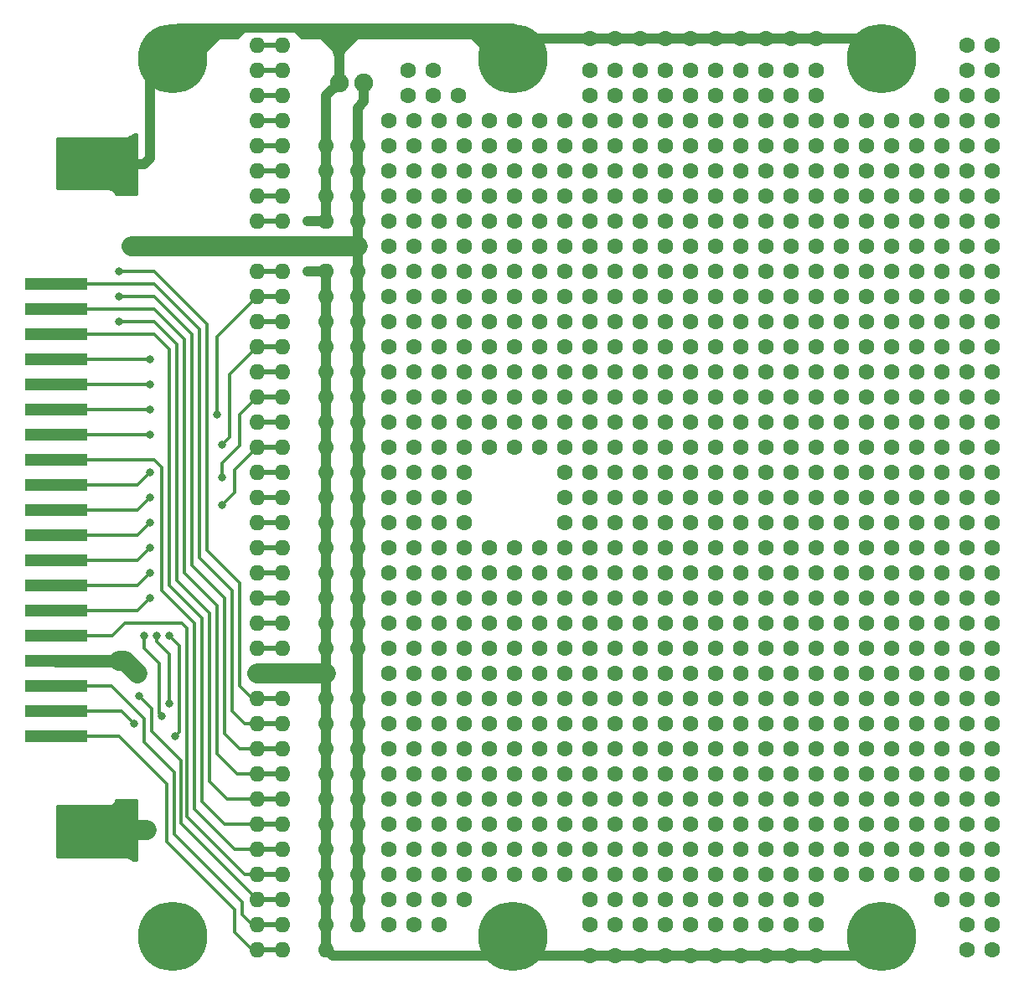
<source format=gbl>
%TF.GenerationSoftware,KiCad,Pcbnew,(5.1.9)-1*%
%TF.CreationDate,2021-02-21T18:50:27+08:00*%
%TF.ProjectId,CoCoProtoBoard,436f436f-5072-46f7-946f-426f6172642e,rev?*%
%TF.SameCoordinates,Original*%
%TF.FileFunction,Copper,L2,Bot*%
%TF.FilePolarity,Positive*%
%FSLAX46Y46*%
G04 Gerber Fmt 4.6, Leading zero omitted, Abs format (unit mm)*
G04 Created by KiCad (PCBNEW (5.1.9)-1) date 2021-02-21 18:50:27*
%MOMM*%
%LPD*%
G01*
G04 APERTURE LIST*
%TA.AperFunction,ComponentPad*%
%ADD10C,1.600000*%
%TD*%
%TA.AperFunction,ComponentPad*%
%ADD11O,1.600000X1.600000*%
%TD*%
%TA.AperFunction,ComponentPad*%
%ADD12C,1.900000*%
%TD*%
%TA.AperFunction,ConnectorPad*%
%ADD13R,6.350000X1.270000*%
%TD*%
%TA.AperFunction,ComponentPad*%
%ADD14C,7.000000*%
%TD*%
%TA.AperFunction,ViaPad*%
%ADD15C,1.000000*%
%TD*%
%TA.AperFunction,ViaPad*%
%ADD16C,0.800000*%
%TD*%
%TA.AperFunction,Conductor*%
%ADD17C,0.500000*%
%TD*%
%TA.AperFunction,Conductor*%
%ADD18C,2.000000*%
%TD*%
%TA.AperFunction,Conductor*%
%ADD19C,1.270000*%
%TD*%
%TA.AperFunction,Conductor*%
%ADD20C,1.000000*%
%TD*%
%TA.AperFunction,Conductor*%
%ADD21C,0.350000*%
%TD*%
%TA.AperFunction,Conductor*%
%ADD22C,0.254000*%
%TD*%
%TA.AperFunction,Conductor*%
%ADD23C,0.100000*%
%TD*%
G04 APERTURE END LIST*
D10*
%TO.P,REF\u002A\u002A,1*%
%TO.N,GND*%
X149225000Y-150495000D03*
%TD*%
%TO.P,REF\u002A\u002A,1*%
%TO.N,GND*%
X151765000Y-150495000D03*
%TD*%
%TO.P,REF\u002A\u002A,1*%
%TO.N,GND*%
X154305000Y-150495000D03*
%TD*%
%TO.P,REF\u002A\u002A,1*%
%TO.N,GND*%
X156845000Y-150495000D03*
%TD*%
%TO.P,REF\u002A\u002A,1*%
%TO.N,GND*%
X161925000Y-150495000D03*
%TD*%
%TO.P,REF\u002A\u002A,1*%
%TO.N,GND*%
X159385000Y-150495000D03*
%TD*%
%TO.P,REF\u002A\u002A,1*%
%TO.N,GND*%
X164465000Y-150495000D03*
%TD*%
%TO.P,REF\u002A\u002A,1*%
%TO.N,GND*%
X167005000Y-150495000D03*
%TD*%
D11*
%TO.P,P10,2*%
%TO.N,+5V*%
X125730000Y-134620000D03*
%TO.P,P10,1*%
%TO.N,GND*%
X122555000Y-134620000D03*
X122555000Y-137160000D03*
%TO.P,P10,2*%
%TO.N,+5V*%
X125730000Y-137160000D03*
X125730000Y-142240000D03*
%TO.P,P10,1*%
%TO.N,GND*%
X122555000Y-142240000D03*
X122555000Y-139700000D03*
%TO.P,P10,2*%
%TO.N,+5V*%
X125730000Y-139700000D03*
X125730000Y-129540000D03*
%TO.P,P10,1*%
%TO.N,GND*%
X122555000Y-129540000D03*
X122555000Y-132080000D03*
%TO.P,P10,2*%
%TO.N,+5V*%
X125730000Y-132080000D03*
X125730000Y-127000000D03*
%TO.P,P10,1*%
%TO.N,GND*%
X122555000Y-127000000D03*
X122555000Y-124460000D03*
%TO.P,P10,2*%
%TO.N,+5V*%
X125730000Y-124460000D03*
X125730000Y-144780000D03*
%TO.P,P10,1*%
%TO.N,GND*%
X122555000Y-144780000D03*
X122555000Y-147320000D03*
%TO.P,P10,2*%
%TO.N,+5V*%
X125730000Y-147320000D03*
%TO.P,P10,1*%
%TO.N,GND*%
X122555000Y-149860000D03*
%TO.P,P10,2*%
%TO.N,+5V*%
X125730000Y-111760000D03*
%TO.P,P10,1*%
%TO.N,GND*%
X122555000Y-111760000D03*
X122555000Y-114300000D03*
%TO.P,P10,2*%
%TO.N,+5V*%
X125730000Y-114300000D03*
X125730000Y-119380000D03*
%TO.P,P10,1*%
%TO.N,GND*%
X122555000Y-119380000D03*
X122555000Y-116840000D03*
%TO.P,P10,2*%
%TO.N,+5V*%
X125730000Y-116840000D03*
X125730000Y-106680000D03*
%TO.P,P10,1*%
%TO.N,GND*%
X122555000Y-106680000D03*
X122555000Y-109220000D03*
%TO.P,P10,2*%
%TO.N,+5V*%
X125730000Y-109220000D03*
X125730000Y-104140000D03*
%TO.P,P10,1*%
%TO.N,GND*%
X122555000Y-104140000D03*
X122555000Y-101600000D03*
%TO.P,P10,2*%
%TO.N,+5V*%
X125730000Y-101600000D03*
X125730000Y-81280000D03*
%TO.P,P10,1*%
%TO.N,GND*%
X122555000Y-81280000D03*
X122555000Y-83820000D03*
%TO.P,P10,2*%
%TO.N,+5V*%
X125730000Y-83820000D03*
X125730000Y-88900000D03*
%TO.P,P10,1*%
%TO.N,GND*%
X122555000Y-88900000D03*
X122555000Y-86360000D03*
%TO.P,P10,2*%
%TO.N,+5V*%
X125730000Y-86360000D03*
X125730000Y-96520000D03*
%TO.P,P10,1*%
%TO.N,GND*%
X122555000Y-96520000D03*
X122555000Y-99060000D03*
%TO.P,P10,2*%
%TO.N,+5V*%
X125730000Y-99060000D03*
X125730000Y-93980000D03*
%TO.P,P10,1*%
%TO.N,GND*%
X122555000Y-93980000D03*
X122555000Y-91440000D03*
%TO.P,P10,2*%
%TO.N,+5V*%
X125730000Y-91440000D03*
%TO.P,P10,1*%
%TO.N,GND*%
X122555000Y-76200000D03*
X122555000Y-68580000D03*
X122555000Y-73660000D03*
%TO.P,P10,2*%
%TO.N,+5V*%
X125730000Y-68580000D03*
%TO.P,P10,1*%
%TO.N,GND*%
X122555000Y-71120000D03*
%TO.P,P10,2*%
%TO.N,+5V*%
X125730000Y-76200000D03*
X125730000Y-73660000D03*
X125730000Y-71120000D03*
%TD*%
D10*
%TO.P,REF\u002A\u002A,1*%
%TO.N,N/C*%
X128905000Y-78740000D03*
%TD*%
D12*
%TO.P,C1,2*%
%TO.N,GND*%
X123865000Y-62230000D03*
%TO.P,C1,1*%
%TO.N,+5V*%
X126365000Y-62230000D03*
%TD*%
D10*
%TO.P,REF\u002A\u002A,1*%
%TO.N,N/C*%
X128905000Y-119380000D03*
%TD*%
%TO.P,REF\u002A\u002A,1*%
%TO.N,N/C*%
X128905000Y-116840000D03*
%TD*%
%TO.P,REF\u002A\u002A,1*%
%TO.N,N/C*%
X128905000Y-114300000D03*
%TD*%
%TO.P,REF\u002A\u002A,1*%
%TO.N,N/C*%
X128905000Y-121920000D03*
%TD*%
%TO.P,REF\u002A\u002A,1*%
%TO.N,N/C*%
X128905000Y-76200000D03*
%TD*%
%TO.P,REF\u002A\u002A,1*%
%TO.N,N/C*%
X128905000Y-91440000D03*
%TD*%
%TO.P,REF\u002A\u002A,1*%
%TO.N,N/C*%
X128905000Y-73660000D03*
%TD*%
%TO.P,REF\u002A\u002A,1*%
%TO.N,N/C*%
X128905000Y-83820000D03*
%TD*%
%TO.P,REF\u002A\u002A,1*%
%TO.N,N/C*%
X128905000Y-71120000D03*
%TD*%
%TO.P,REF\u002A\u002A,1*%
%TO.N,N/C*%
X128905000Y-96520000D03*
%TD*%
%TO.P,REF\u002A\u002A,1*%
%TO.N,N/C*%
X128905000Y-99060000D03*
%TD*%
%TO.P,REF\u002A\u002A,1*%
%TO.N,N/C*%
X128905000Y-93980000D03*
%TD*%
%TO.P,REF\u002A\u002A,1*%
%TO.N,N/C*%
X128905000Y-132080000D03*
%TD*%
%TO.P,REF\u002A\u002A,1*%
%TO.N,N/C*%
X128905000Y-129540000D03*
%TD*%
%TO.P,REF\u002A\u002A,1*%
%TO.N,N/C*%
X128905000Y-127000000D03*
%TD*%
%TO.P,REF\u002A\u002A,1*%
%TO.N,N/C*%
X128905000Y-124460000D03*
%TD*%
%TO.P,REF\u002A\u002A,1*%
%TO.N,N/C*%
X128905000Y-88900000D03*
%TD*%
%TO.P,REF\u002A\u002A,1*%
%TO.N,N/C*%
X128905000Y-86360000D03*
%TD*%
%TO.P,REF\u002A\u002A,1*%
%TO.N,N/C*%
X128905000Y-66040000D03*
%TD*%
%TO.P,REF\u002A\u002A,1*%
%TO.N,N/C*%
X128905000Y-134620000D03*
%TD*%
%TO.P,REF\u002A\u002A,1*%
%TO.N,N/C*%
X128905000Y-142240000D03*
%TD*%
%TO.P,REF\u002A\u002A,1*%
%TO.N,N/C*%
X128905000Y-147320000D03*
%TD*%
%TO.P,REF\u002A\u002A,1*%
%TO.N,N/C*%
X128905000Y-139700000D03*
%TD*%
%TO.P,REF\u002A\u002A,1*%
%TO.N,N/C*%
X128905000Y-137160000D03*
%TD*%
%TO.P,REF\u002A\u002A,1*%
%TO.N,N/C*%
X128905000Y-144780000D03*
%TD*%
%TO.P,REF\u002A\u002A,1*%
%TO.N,N/C*%
X128905000Y-68580000D03*
%TD*%
%TO.P,REF\u002A\u002A,1*%
%TO.N,N/C*%
X128905000Y-111760000D03*
%TD*%
%TO.P,REF\u002A\u002A,1*%
%TO.N,N/C*%
X128905000Y-109220000D03*
%TD*%
%TO.P,REF\u002A\u002A,1*%
%TO.N,N/C*%
X128905000Y-106680000D03*
%TD*%
%TO.P,REF\u002A\u002A,1*%
%TO.N,N/C*%
X128905000Y-101600000D03*
%TD*%
%TO.P,REF\u002A\u002A,1*%
%TO.N,N/C*%
X128905000Y-104140000D03*
%TD*%
%TO.P,REF\u002A\u002A,1*%
%TO.N,N/C*%
X128905000Y-81280000D03*
%TD*%
D13*
%TO.P,P1,4*%
%TO.N,Net-(P1-Pad4)*%
X95250000Y-82550000D03*
%TO.P,P1,6*%
%TO.N,Net-(P1-Pad6)*%
X95250000Y-85090000D03*
%TO.P,P1,8*%
%TO.N,Net-(P1-Pad8)*%
X95250000Y-87630000D03*
%TO.P,P1,10*%
%TO.N,Net-(P1-Pad10)*%
X95250000Y-90170000D03*
%TO.P,P1,12*%
%TO.N,Net-(P1-Pad12)*%
X95250000Y-92710000D03*
%TO.P,P1,14*%
%TO.N,Net-(P1-Pad14)*%
X95250000Y-95250000D03*
%TO.P,P1,16*%
%TO.N,Net-(P1-Pad16)*%
X95250000Y-97790000D03*
%TO.P,P1,18*%
%TO.N,Net-(P1-Pad18)*%
X95250000Y-100330000D03*
%TO.P,P1,20*%
%TO.N,Net-(P1-Pad20)*%
X95250000Y-102870000D03*
%TO.P,P1,22*%
%TO.N,Net-(P1-Pad22)*%
X95250000Y-105410000D03*
%TO.P,P1,24*%
%TO.N,Net-(P1-Pad24)*%
X95250000Y-107950000D03*
%TO.P,P1,26*%
%TO.N,Net-(P1-Pad26)*%
X95250000Y-110490000D03*
%TO.P,P1,28*%
%TO.N,Net-(P1-Pad28)*%
X95250000Y-113030000D03*
%TO.P,P1,30*%
%TO.N,Net-(P1-Pad30)*%
X95250000Y-115570000D03*
%TO.P,P1,32*%
%TO.N,Net-(P1-Pad32)*%
X95250000Y-118110000D03*
%TO.P,P1,34*%
%TO.N,GND*%
X95250000Y-120650000D03*
%TO.P,P1,36*%
%TO.N,Net-(P1-Pad36)*%
X95250000Y-123190000D03*
%TO.P,P1,38*%
%TO.N,Net-(P1-Pad38)*%
X95250000Y-125730000D03*
%TO.P,P1,40*%
%TO.N,Net-(P1-Pad40)*%
X95250000Y-128270000D03*
%TD*%
D10*
%TO.P,REF\u002A\u002A,1*%
%TO.N,GND*%
X169545000Y-150495000D03*
%TD*%
%TO.P,REF\u002A\u002A,1*%
%TO.N,GND*%
X172085000Y-150495000D03*
%TD*%
%TO.P,REF\u002A\u002A,1*%
%TO.N,N/C*%
X187325000Y-149860000D03*
%TD*%
%TO.P,REF\u002A\u002A,1*%
%TO.N,N/C*%
X189865000Y-149860000D03*
%TD*%
%TO.P,REF\u002A\u002A,1*%
%TO.N,N/C*%
X187325000Y-58420000D03*
%TD*%
%TO.P,REF\u002A\u002A,1*%
%TO.N,N/C*%
X189865000Y-58420000D03*
%TD*%
%TO.P,REF\u002A\u002A,1*%
%TO.N,GND*%
X167005000Y-57785000D03*
%TD*%
%TO.P,REF\u002A\u002A,1*%
%TO.N,GND*%
X169545000Y-57785000D03*
%TD*%
%TO.P,REF\u002A\u002A,1*%
%TO.N,GND*%
X172085000Y-57785000D03*
%TD*%
%TO.P,REF\u002A\u002A,1*%
%TO.N,GND*%
X159385000Y-57785000D03*
%TD*%
%TO.P,REF\u002A\u002A,1*%
%TO.N,GND*%
X164465000Y-57785000D03*
%TD*%
%TO.P,REF\u002A\u002A,1*%
%TO.N,GND*%
X161925000Y-57785000D03*
%TD*%
%TO.P,REF\u002A\u002A,1*%
%TO.N,GND*%
X156845000Y-57785000D03*
%TD*%
%TO.P,REF\u002A\u002A,1*%
%TO.N,GND*%
X156845000Y-57785000D03*
%TD*%
%TO.P,REF\u002A\u002A,1*%
%TO.N,GND*%
X154305000Y-57785000D03*
%TD*%
%TO.P,REF\u002A\u002A,1*%
%TO.N,GND*%
X151765000Y-57785000D03*
%TD*%
%TO.P,REF\u002A\u002A,1*%
%TO.N,GND*%
X149225000Y-57785000D03*
%TD*%
%TO.P,REF\u002A\u002A,1*%
%TO.N,N/C*%
X187325000Y-60960000D03*
%TD*%
%TO.P,REF\u002A\u002A,1*%
%TO.N,N/C*%
X189865000Y-63500000D03*
%TD*%
%TO.P,REF\u002A\u002A,1*%
%TO.N,N/C*%
X189865000Y-66040000D03*
%TD*%
%TO.P,REF\u002A\u002A,1*%
%TO.N,N/C*%
X189865000Y-60960000D03*
%TD*%
%TO.P,REF\u002A\u002A,1*%
%TO.N,N/C*%
X184785000Y-63500000D03*
%TD*%
%TO.P,REF\u002A\u002A,1*%
%TO.N,N/C*%
X187325000Y-63500000D03*
%TD*%
%TO.P,REF\u002A\u002A,1*%
%TO.N,N/C*%
X164465000Y-60960000D03*
%TD*%
%TO.P,REF\u002A\u002A,1*%
%TO.N,N/C*%
X161925000Y-63500000D03*
%TD*%
%TO.P,REF\u002A\u002A,1*%
%TO.N,N/C*%
X169545000Y-60960000D03*
%TD*%
%TO.P,REF\u002A\u002A,1*%
%TO.N,N/C*%
X167005000Y-60960000D03*
%TD*%
%TO.P,REF\u002A\u002A,1*%
%TO.N,N/C*%
X172085000Y-60960000D03*
%TD*%
%TO.P,REF\u002A\u002A,1*%
%TO.N,N/C*%
X169545000Y-63500000D03*
%TD*%
%TO.P,REF\u002A\u002A,1*%
%TO.N,N/C*%
X161925000Y-60960000D03*
%TD*%
%TO.P,REF\u002A\u002A,1*%
%TO.N,N/C*%
X164465000Y-63500000D03*
%TD*%
%TO.P,REF\u002A\u002A,1*%
%TO.N,N/C*%
X172085000Y-63500000D03*
%TD*%
%TO.P,REF\u002A\u002A,1*%
%TO.N,N/C*%
X167005000Y-63500000D03*
%TD*%
%TO.P,REF\u002A\u002A,1*%
%TO.N,N/C*%
X159385000Y-60960000D03*
%TD*%
%TO.P,REF\u002A\u002A,1*%
%TO.N,N/C*%
X154305000Y-60960000D03*
%TD*%
%TO.P,REF\u002A\u002A,1*%
%TO.N,N/C*%
X156845000Y-60960000D03*
%TD*%
%TO.P,REF\u002A\u002A,1*%
%TO.N,N/C*%
X159385000Y-63500000D03*
%TD*%
%TO.P,REF\u002A\u002A,1*%
%TO.N,N/C*%
X156845000Y-63500000D03*
%TD*%
%TO.P,REF\u002A\u002A,1*%
%TO.N,N/C*%
X154305000Y-63500000D03*
%TD*%
%TO.P,REF\u002A\u002A,1*%
%TO.N,N/C*%
X151765000Y-63500000D03*
%TD*%
%TO.P,REF\u002A\u002A,1*%
%TO.N,N/C*%
X151765000Y-60960000D03*
%TD*%
%TO.P,REF\u002A\u002A,1*%
%TO.N,N/C*%
X149225000Y-63500000D03*
%TD*%
%TO.P,REF\u002A\u002A,1*%
%TO.N,N/C*%
X149225000Y-60960000D03*
%TD*%
%TO.P,REF\u002A\u002A,1*%
%TO.N,N/C*%
X133350000Y-60960000D03*
%TD*%
%TO.P,REF\u002A\u002A,1*%
%TO.N,N/C*%
X130810000Y-60960000D03*
%TD*%
%TO.P,REF\u002A\u002A,1*%
%TO.N,N/C*%
X130810000Y-63500000D03*
%TD*%
%TO.P,REF\u002A\u002A,1*%
%TO.N,N/C*%
X135890000Y-63500000D03*
%TD*%
%TO.P,REF\u002A\u002A,1*%
%TO.N,N/C*%
X133350000Y-63500000D03*
%TD*%
%TO.P,REF\u002A\u002A,1*%
%TO.N,N/C*%
X184785000Y-66040000D03*
%TD*%
%TO.P,REF\u002A\u002A,1*%
%TO.N,N/C*%
X167005000Y-66040000D03*
%TD*%
%TO.P,REF\u002A\u002A,1*%
%TO.N,N/C*%
X172085000Y-66040000D03*
%TD*%
%TO.P,REF\u002A\u002A,1*%
%TO.N,N/C*%
X187325000Y-66040000D03*
%TD*%
%TO.P,REF\u002A\u002A,1*%
%TO.N,N/C*%
X139065000Y-66040000D03*
%TD*%
%TO.P,REF\u002A\u002A,1*%
%TO.N,N/C*%
X161925000Y-66040000D03*
%TD*%
%TO.P,REF\u002A\u002A,1*%
%TO.N,N/C*%
X169545000Y-66040000D03*
%TD*%
%TO.P,REF\u002A\u002A,1*%
%TO.N,N/C*%
X177165000Y-66040000D03*
%TD*%
%TO.P,REF\u002A\u002A,1*%
%TO.N,N/C*%
X136525000Y-66040000D03*
%TD*%
%TO.P,REF\u002A\u002A,1*%
%TO.N,N/C*%
X156845000Y-66040000D03*
%TD*%
%TO.P,REF\u002A\u002A,1*%
%TO.N,N/C*%
X131445000Y-66040000D03*
%TD*%
%TO.P,REF\u002A\u002A,1*%
%TO.N,N/C*%
X179705000Y-66040000D03*
%TD*%
%TO.P,REF\u002A\u002A,1*%
%TO.N,N/C*%
X182245000Y-66040000D03*
%TD*%
%TO.P,REF\u002A\u002A,1*%
%TO.N,N/C*%
X174625000Y-66040000D03*
%TD*%
%TO.P,REF\u002A\u002A,1*%
%TO.N,N/C*%
X133985000Y-66040000D03*
%TD*%
%TO.P,REF\u002A\u002A,1*%
%TO.N,N/C*%
X144145000Y-66040000D03*
%TD*%
%TO.P,REF\u002A\u002A,1*%
%TO.N,N/C*%
X141605000Y-66040000D03*
%TD*%
%TO.P,REF\u002A\u002A,1*%
%TO.N,N/C*%
X151765000Y-66040000D03*
%TD*%
%TO.P,REF\u002A\u002A,1*%
%TO.N,N/C*%
X146685000Y-66040000D03*
%TD*%
%TO.P,REF\u002A\u002A,1*%
%TO.N,N/C*%
X149225000Y-66040000D03*
%TD*%
%TO.P,REF\u002A\u002A,1*%
%TO.N,N/C*%
X164465000Y-66040000D03*
%TD*%
%TO.P,REF\u002A\u002A,1*%
%TO.N,N/C*%
X154305000Y-66040000D03*
%TD*%
%TO.P,REF\u002A\u002A,1*%
%TO.N,N/C*%
X159385000Y-66040000D03*
%TD*%
%TO.P,REF\u002A\u002A,1*%
%TO.N,N/C*%
X179705000Y-86360000D03*
%TD*%
%TO.P,REF\u002A\u002A,1*%
%TO.N,N/C*%
X144145000Y-86360000D03*
%TD*%
%TO.P,REF\u002A\u002A,1*%
%TO.N,N/C*%
X131445000Y-86360000D03*
%TD*%
%TO.P,REF\u002A\u002A,1*%
%TO.N,N/C*%
X182245000Y-86360000D03*
%TD*%
%TO.P,REF\u002A\u002A,1*%
%TO.N,N/C*%
X156845000Y-86360000D03*
%TD*%
%TO.P,REF\u002A\u002A,1*%
%TO.N,N/C*%
X141605000Y-86360000D03*
%TD*%
%TO.P,REF\u002A\u002A,1*%
%TO.N,N/C*%
X177165000Y-86360000D03*
%TD*%
%TO.P,REF\u002A\u002A,1*%
%TO.N,N/C*%
X174625000Y-86360000D03*
%TD*%
%TO.P,REF\u002A\u002A,1*%
%TO.N,N/C*%
X189865000Y-86360000D03*
%TD*%
%TO.P,REF\u002A\u002A,1*%
%TO.N,N/C*%
X159385000Y-86360000D03*
%TD*%
%TO.P,REF\u002A\u002A,1*%
%TO.N,N/C*%
X164465000Y-86360000D03*
%TD*%
%TO.P,REF\u002A\u002A,1*%
%TO.N,N/C*%
X161925000Y-86360000D03*
%TD*%
%TO.P,REF\u002A\u002A,1*%
%TO.N,N/C*%
X146685000Y-86360000D03*
%TD*%
%TO.P,REF\u002A\u002A,1*%
%TO.N,N/C*%
X133985000Y-86360000D03*
%TD*%
%TO.P,REF\u002A\u002A,1*%
%TO.N,N/C*%
X167005000Y-86360000D03*
%TD*%
%TO.P,REF\u002A\u002A,1*%
%TO.N,N/C*%
X184785000Y-86360000D03*
%TD*%
%TO.P,REF\u002A\u002A,1*%
%TO.N,N/C*%
X177165000Y-88900000D03*
%TD*%
%TO.P,REF\u002A\u002A,1*%
%TO.N,N/C*%
X164465000Y-88900000D03*
%TD*%
%TO.P,REF\u002A\u002A,1*%
%TO.N,N/C*%
X172085000Y-88900000D03*
%TD*%
%TO.P,REF\u002A\u002A,1*%
%TO.N,N/C*%
X144145000Y-88900000D03*
%TD*%
%TO.P,REF\u002A\u002A,1*%
%TO.N,N/C*%
X161925000Y-88900000D03*
%TD*%
%TO.P,REF\u002A\u002A,1*%
%TO.N,N/C*%
X174625000Y-88900000D03*
%TD*%
%TO.P,REF\u002A\u002A,1*%
%TO.N,N/C*%
X133985000Y-96520000D03*
%TD*%
%TO.P,REF\u002A\u002A,1*%
%TO.N,N/C*%
X172085000Y-86360000D03*
%TD*%
%TO.P,REF\u002A\u002A,1*%
%TO.N,N/C*%
X154305000Y-86360000D03*
%TD*%
%TO.P,REF\u002A\u002A,1*%
%TO.N,N/C*%
X182245000Y-88900000D03*
%TD*%
%TO.P,REF\u002A\u002A,1*%
%TO.N,N/C*%
X149225000Y-86360000D03*
%TD*%
%TO.P,REF\u002A\u002A,1*%
%TO.N,N/C*%
X156845000Y-88900000D03*
%TD*%
%TO.P,REF\u002A\u002A,1*%
%TO.N,N/C*%
X169545000Y-86360000D03*
%TD*%
%TO.P,REF\u002A\u002A,1*%
%TO.N,N/C*%
X136525000Y-86360000D03*
%TD*%
%TO.P,REF\u002A\u002A,1*%
%TO.N,N/C*%
X139065000Y-86360000D03*
%TD*%
%TO.P,REF\u002A\u002A,1*%
%TO.N,N/C*%
X141605000Y-88900000D03*
%TD*%
%TO.P,REF\u002A\u002A,1*%
%TO.N,N/C*%
X189865000Y-88900000D03*
%TD*%
%TO.P,REF\u002A\u002A,1*%
%TO.N,N/C*%
X146685000Y-88900000D03*
%TD*%
%TO.P,REF\u002A\u002A,1*%
%TO.N,N/C*%
X159385000Y-88900000D03*
%TD*%
%TO.P,REF\u002A\u002A,1*%
%TO.N,N/C*%
X133985000Y-88900000D03*
%TD*%
%TO.P,REF\u002A\u002A,1*%
%TO.N,N/C*%
X179705000Y-88900000D03*
%TD*%
%TO.P,REF\u002A\u002A,1*%
%TO.N,N/C*%
X167005000Y-88900000D03*
%TD*%
%TO.P,REF\u002A\u002A,1*%
%TO.N,N/C*%
X154305000Y-88900000D03*
%TD*%
%TO.P,REF\u002A\u002A,1*%
%TO.N,N/C*%
X131445000Y-88900000D03*
%TD*%
%TO.P,REF\u002A\u002A,1*%
%TO.N,N/C*%
X133985000Y-93980000D03*
%TD*%
%TO.P,REF\u002A\u002A,1*%
%TO.N,N/C*%
X187325000Y-88900000D03*
%TD*%
%TO.P,REF\u002A\u002A,1*%
%TO.N,N/C*%
X184785000Y-88900000D03*
%TD*%
%TO.P,REF\u002A\u002A,1*%
%TO.N,N/C*%
X169545000Y-88900000D03*
%TD*%
%TO.P,REF\u002A\u002A,1*%
%TO.N,N/C*%
X149225000Y-88900000D03*
%TD*%
%TO.P,REF\u002A\u002A,1*%
%TO.N,N/C*%
X136525000Y-88900000D03*
%TD*%
%TO.P,REF\u002A\u002A,1*%
%TO.N,N/C*%
X133985000Y-99060000D03*
%TD*%
%TO.P,REF\u002A\u002A,1*%
%TO.N,N/C*%
X151765000Y-88900000D03*
%TD*%
%TO.P,REF\u002A\u002A,1*%
%TO.N,N/C*%
X187325000Y-86360000D03*
%TD*%
%TO.P,REF\u002A\u002A,1*%
%TO.N,N/C*%
X151765000Y-86360000D03*
%TD*%
%TO.P,REF\u002A\u002A,1*%
%TO.N,N/C*%
X139065000Y-88900000D03*
%TD*%
%TO.P,REF\u002A\u002A,1*%
%TO.N,N/C*%
X172085000Y-68580000D03*
%TD*%
%TO.P,REF\u002A\u002A,1*%
%TO.N,N/C*%
X184785000Y-68580000D03*
%TD*%
%TO.P,REF\u002A\u002A,1*%
%TO.N,N/C*%
X167005000Y-68580000D03*
%TD*%
%TO.P,REF\u002A\u002A,1*%
%TO.N,N/C*%
X187325000Y-68580000D03*
%TD*%
%TO.P,REF\u002A\u002A,1*%
%TO.N,N/C*%
X139065000Y-68580000D03*
%TD*%
%TO.P,REF\u002A\u002A,1*%
%TO.N,N/C*%
X161925000Y-68580000D03*
%TD*%
%TO.P,REF\u002A\u002A,1*%
%TO.N,N/C*%
X169545000Y-68580000D03*
%TD*%
%TO.P,REF\u002A\u002A,1*%
%TO.N,N/C*%
X189865000Y-68580000D03*
%TD*%
%TO.P,REF\u002A\u002A,1*%
%TO.N,N/C*%
X177165000Y-68580000D03*
%TD*%
%TO.P,REF\u002A\u002A,1*%
%TO.N,N/C*%
X136525000Y-68580000D03*
%TD*%
%TO.P,REF\u002A\u002A,1*%
%TO.N,N/C*%
X156845000Y-68580000D03*
%TD*%
%TO.P,REF\u002A\u002A,1*%
%TO.N,N/C*%
X184785000Y-96520000D03*
%TD*%
%TO.P,REF\u002A\u002A,1*%
%TO.N,N/C*%
X131445000Y-68580000D03*
%TD*%
%TO.P,REF\u002A\u002A,1*%
%TO.N,N/C*%
X179705000Y-93980000D03*
%TD*%
%TO.P,REF\u002A\u002A,1*%
%TO.N,N/C*%
X174625000Y-93980000D03*
%TD*%
%TO.P,REF\u002A\u002A,1*%
%TO.N,N/C*%
X182245000Y-96520000D03*
%TD*%
%TO.P,REF\u002A\u002A,1*%
%TO.N,N/C*%
X164465000Y-68580000D03*
%TD*%
%TO.P,REF\u002A\u002A,1*%
%TO.N,N/C*%
X179705000Y-68580000D03*
%TD*%
%TO.P,REF\u002A\u002A,1*%
%TO.N,N/C*%
X154305000Y-68580000D03*
%TD*%
%TO.P,REF\u002A\u002A,1*%
%TO.N,N/C*%
X184785000Y-99060000D03*
%TD*%
%TO.P,REF\u002A\u002A,1*%
%TO.N,N/C*%
X182245000Y-68580000D03*
%TD*%
%TO.P,REF\u002A\u002A,1*%
%TO.N,N/C*%
X177165000Y-99060000D03*
%TD*%
%TO.P,REF\u002A\u002A,1*%
%TO.N,N/C*%
X179705000Y-96520000D03*
%TD*%
%TO.P,REF\u002A\u002A,1*%
%TO.N,N/C*%
X174625000Y-68580000D03*
%TD*%
%TO.P,REF\u002A\u002A,1*%
%TO.N,N/C*%
X159385000Y-68580000D03*
%TD*%
%TO.P,REF\u002A\u002A,1*%
%TO.N,N/C*%
X133985000Y-68580000D03*
%TD*%
%TO.P,REF\u002A\u002A,1*%
%TO.N,N/C*%
X179705000Y-99060000D03*
%TD*%
%TO.P,REF\u002A\u002A,1*%
%TO.N,N/C*%
X177165000Y-93980000D03*
%TD*%
%TO.P,REF\u002A\u002A,1*%
%TO.N,N/C*%
X144145000Y-68580000D03*
%TD*%
%TO.P,REF\u002A\u002A,1*%
%TO.N,N/C*%
X141605000Y-68580000D03*
%TD*%
%TO.P,REF\u002A\u002A,1*%
%TO.N,N/C*%
X174625000Y-99060000D03*
%TD*%
%TO.P,REF\u002A\u002A,1*%
%TO.N,N/C*%
X146685000Y-68580000D03*
%TD*%
%TO.P,REF\u002A\u002A,1*%
%TO.N,N/C*%
X151765000Y-68580000D03*
%TD*%
%TO.P,REF\u002A\u002A,1*%
%TO.N,N/C*%
X149225000Y-68580000D03*
%TD*%
%TO.P,REF\u002A\u002A,1*%
%TO.N,N/C*%
X182245000Y-93980000D03*
%TD*%
%TO.P,REF\u002A\u002A,1*%
%TO.N,N/C*%
X167005000Y-93980000D03*
%TD*%
%TO.P,REF\u002A\u002A,1*%
%TO.N,N/C*%
X164465000Y-99060000D03*
%TD*%
%TO.P,REF\u002A\u002A,1*%
%TO.N,N/C*%
X177165000Y-96520000D03*
%TD*%
%TO.P,REF\u002A\u002A,1*%
%TO.N,N/C*%
X164465000Y-93980000D03*
%TD*%
%TO.P,REF\u002A\u002A,1*%
%TO.N,N/C*%
X182245000Y-99060000D03*
%TD*%
%TO.P,REF\u002A\u002A,1*%
%TO.N,N/C*%
X169545000Y-99060000D03*
%TD*%
%TO.P,REF\u002A\u002A,1*%
%TO.N,N/C*%
X167005000Y-99060000D03*
%TD*%
%TO.P,REF\u002A\u002A,1*%
%TO.N,N/C*%
X184785000Y-93980000D03*
%TD*%
%TO.P,REF\u002A\u002A,1*%
%TO.N,N/C*%
X172085000Y-99060000D03*
%TD*%
%TO.P,REF\u002A\u002A,1*%
%TO.N,N/C*%
X172085000Y-96520000D03*
%TD*%
%TO.P,REF\u002A\u002A,1*%
%TO.N,N/C*%
X167005000Y-96520000D03*
%TD*%
%TO.P,REF\u002A\u002A,1*%
%TO.N,N/C*%
X164465000Y-96520000D03*
%TD*%
%TO.P,REF\u002A\u002A,1*%
%TO.N,N/C*%
X161925000Y-93980000D03*
%TD*%
%TO.P,REF\u002A\u002A,1*%
%TO.N,N/C*%
X169545000Y-96520000D03*
%TD*%
%TO.P,REF\u002A\u002A,1*%
%TO.N,N/C*%
X161925000Y-99060000D03*
%TD*%
%TO.P,REF\u002A\u002A,1*%
%TO.N,N/C*%
X169545000Y-93980000D03*
%TD*%
%TO.P,REF\u002A\u002A,1*%
%TO.N,N/C*%
X161925000Y-96520000D03*
%TD*%
%TO.P,REF\u002A\u002A,1*%
%TO.N,N/C*%
X174625000Y-96520000D03*
%TD*%
%TO.P,REF\u002A\u002A,1*%
%TO.N,N/C*%
X172085000Y-93980000D03*
%TD*%
%TO.P,REF\u002A\u002A,1*%
%TO.N,N/C*%
X151765000Y-93980000D03*
%TD*%
%TO.P,REF\u002A\u002A,1*%
%TO.N,N/C*%
X159385000Y-99060000D03*
%TD*%
%TO.P,REF\u002A\u002A,1*%
%TO.N,N/C*%
X159385000Y-93980000D03*
%TD*%
%TO.P,REF\u002A\u002A,1*%
%TO.N,N/C*%
X159385000Y-96520000D03*
%TD*%
%TO.P,REF\u002A\u002A,1*%
%TO.N,N/C*%
X154305000Y-99060000D03*
%TD*%
%TO.P,REF\u002A\u002A,1*%
%TO.N,N/C*%
X151765000Y-96520000D03*
%TD*%
%TO.P,REF\u002A\u002A,1*%
%TO.N,N/C*%
X156845000Y-99060000D03*
%TD*%
%TO.P,REF\u002A\u002A,1*%
%TO.N,N/C*%
X156845000Y-93980000D03*
%TD*%
%TO.P,REF\u002A\u002A,1*%
%TO.N,N/C*%
X156845000Y-96520000D03*
%TD*%
%TO.P,REF\u002A\u002A,1*%
%TO.N,N/C*%
X154305000Y-96520000D03*
%TD*%
%TO.P,REF\u002A\u002A,1*%
%TO.N,N/C*%
X154305000Y-93980000D03*
%TD*%
%TO.P,REF\u002A\u002A,1*%
%TO.N,N/C*%
X151765000Y-99060000D03*
%TD*%
%TO.P,REF\u002A\u002A,1*%
%TO.N,N/C*%
X149225000Y-96520000D03*
%TD*%
%TO.P,REF\u002A\u002A,1*%
%TO.N,N/C*%
X144145000Y-99060000D03*
%TD*%
%TO.P,REF\u002A\u002A,1*%
%TO.N,N/C*%
X139065000Y-96520000D03*
%TD*%
%TO.P,REF\u002A\u002A,1*%
%TO.N,N/C*%
X141605000Y-96520000D03*
%TD*%
%TO.P,REF\u002A\u002A,1*%
%TO.N,N/C*%
X139065000Y-93980000D03*
%TD*%
%TO.P,REF\u002A\u002A,1*%
%TO.N,N/C*%
X136525000Y-93980000D03*
%TD*%
%TO.P,REF\u002A\u002A,1*%
%TO.N,N/C*%
X146685000Y-99060000D03*
%TD*%
%TO.P,REF\u002A\u002A,1*%
%TO.N,N/C*%
X144145000Y-96520000D03*
%TD*%
%TO.P,REF\u002A\u002A,1*%
%TO.N,N/C*%
X149225000Y-99060000D03*
%TD*%
%TO.P,REF\u002A\u002A,1*%
%TO.N,N/C*%
X149225000Y-93980000D03*
%TD*%
%TO.P,REF\u002A\u002A,1*%
%TO.N,N/C*%
X141605000Y-99060000D03*
%TD*%
%TO.P,REF\u002A\u002A,1*%
%TO.N,N/C*%
X141605000Y-93980000D03*
%TD*%
%TO.P,REF\u002A\u002A,1*%
%TO.N,N/C*%
X136525000Y-96520000D03*
%TD*%
%TO.P,REF\u002A\u002A,1*%
%TO.N,N/C*%
X146685000Y-96520000D03*
%TD*%
%TO.P,REF\u002A\u002A,1*%
%TO.N,N/C*%
X144145000Y-93980000D03*
%TD*%
%TO.P,REF\u002A\u002A,1*%
%TO.N,N/C*%
X146685000Y-93980000D03*
%TD*%
%TO.P,REF\u002A\u002A,1*%
%TO.N,N/C*%
X136525000Y-99060000D03*
%TD*%
%TO.P,REF\u002A\u002A,1*%
%TO.N,N/C*%
X139065000Y-99060000D03*
%TD*%
%TO.P,REF\u002A\u002A,1*%
%TO.N,N/C*%
X169545000Y-76200000D03*
%TD*%
%TO.P,REF\u002A\u002A,1*%
%TO.N,N/C*%
X151765000Y-76200000D03*
%TD*%
%TO.P,REF\u002A\u002A,1*%
%TO.N,N/C*%
X136525000Y-76200000D03*
%TD*%
%TO.P,REF\u002A\u002A,1*%
%TO.N,N/C*%
X139065000Y-76200000D03*
%TD*%
%TO.P,REF\u002A\u002A,1*%
%TO.N,N/C*%
X159385000Y-76200000D03*
%TD*%
%TO.P,REF\u002A\u002A,1*%
%TO.N,N/C*%
X177165000Y-76200000D03*
%TD*%
%TO.P,REF\u002A\u002A,1*%
%TO.N,N/C*%
X161925000Y-76200000D03*
%TD*%
%TO.P,REF\u002A\u002A,1*%
%TO.N,N/C*%
X144145000Y-76200000D03*
%TD*%
%TO.P,REF\u002A\u002A,1*%
%TO.N,N/C*%
X182245000Y-76200000D03*
%TD*%
%TO.P,REF\u002A\u002A,1*%
%TO.N,N/C*%
X189865000Y-76200000D03*
%TD*%
%TO.P,REF\u002A\u002A,1*%
%TO.N,N/C*%
X184785000Y-76200000D03*
%TD*%
%TO.P,REF\u002A\u002A,1*%
%TO.N,N/C*%
X172085000Y-73660000D03*
%TD*%
%TO.P,REF\u002A\u002A,1*%
%TO.N,N/C*%
X187325000Y-76200000D03*
%TD*%
%TO.P,REF\u002A\u002A,1*%
%TO.N,N/C*%
X164465000Y-76200000D03*
%TD*%
%TO.P,REF\u002A\u002A,1*%
%TO.N,N/C*%
X179705000Y-76200000D03*
%TD*%
%TO.P,REF\u002A\u002A,1*%
%TO.N,N/C*%
X149225000Y-76200000D03*
%TD*%
%TO.P,REF\u002A\u002A,1*%
%TO.N,N/C*%
X141605000Y-76200000D03*
%TD*%
%TO.P,REF\u002A\u002A,1*%
%TO.N,N/C*%
X146685000Y-76200000D03*
%TD*%
%TO.P,REF\u002A\u002A,1*%
%TO.N,N/C*%
X167005000Y-76200000D03*
%TD*%
%TO.P,REF\u002A\u002A,1*%
%TO.N,N/C*%
X131445000Y-76200000D03*
%TD*%
%TO.P,REF\u002A\u002A,1*%
%TO.N,N/C*%
X174625000Y-76200000D03*
%TD*%
%TO.P,REF\u002A\u002A,1*%
%TO.N,N/C*%
X154305000Y-76200000D03*
%TD*%
%TO.P,REF\u002A\u002A,1*%
%TO.N,N/C*%
X179705000Y-78740000D03*
%TD*%
%TO.P,REF\u002A\u002A,1*%
%TO.N,N/C*%
X149225000Y-78740000D03*
%TD*%
%TO.P,REF\u002A\u002A,1*%
%TO.N,N/C*%
X141605000Y-78740000D03*
%TD*%
%TO.P,REF\u002A\u002A,1*%
%TO.N,N/C*%
X146685000Y-78740000D03*
%TD*%
%TO.P,REF\u002A\u002A,1*%
%TO.N,N/C*%
X131445000Y-78740000D03*
%TD*%
%TO.P,REF\u002A\u002A,1*%
%TO.N,N/C*%
X164465000Y-78740000D03*
%TD*%
%TO.P,REF\u002A\u002A,1*%
%TO.N,N/C*%
X187325000Y-78740000D03*
%TD*%
%TO.P,REF\u002A\u002A,1*%
%TO.N,N/C*%
X177165000Y-78740000D03*
%TD*%
%TO.P,REF\u002A\u002A,1*%
%TO.N,N/C*%
X169545000Y-78740000D03*
%TD*%
%TO.P,REF\u002A\u002A,1*%
%TO.N,N/C*%
X144145000Y-78740000D03*
%TD*%
%TO.P,REF\u002A\u002A,1*%
%TO.N,N/C*%
X182245000Y-78740000D03*
%TD*%
%TO.P,REF\u002A\u002A,1*%
%TO.N,N/C*%
X174625000Y-78740000D03*
%TD*%
%TO.P,REF\u002A\u002A,1*%
%TO.N,N/C*%
X184785000Y-78740000D03*
%TD*%
%TO.P,REF\u002A\u002A,1*%
%TO.N,N/C*%
X156845000Y-76200000D03*
%TD*%
%TO.P,REF\u002A\u002A,1*%
%TO.N,N/C*%
X133985000Y-76200000D03*
%TD*%
%TO.P,REF\u002A\u002A,1*%
%TO.N,N/C*%
X172085000Y-76200000D03*
%TD*%
%TO.P,REF\u002A\u002A,1*%
%TO.N,N/C*%
X167005000Y-78740000D03*
%TD*%
%TO.P,REF\u002A\u002A,1*%
%TO.N,N/C*%
X189865000Y-78740000D03*
%TD*%
%TO.P,REF\u002A\u002A,1*%
%TO.N,N/C*%
X159385000Y-78740000D03*
%TD*%
%TO.P,REF\u002A\u002A,1*%
%TO.N,N/C*%
X136525000Y-78740000D03*
%TD*%
%TO.P,REF\u002A\u002A,1*%
%TO.N,N/C*%
X151765000Y-78740000D03*
%TD*%
%TO.P,REF\u002A\u002A,1*%
%TO.N,N/C*%
X139065000Y-78740000D03*
%TD*%
%TO.P,REF\u002A\u002A,1*%
%TO.N,N/C*%
X154305000Y-78740000D03*
%TD*%
%TO.P,REF\u002A\u002A,1*%
%TO.N,N/C*%
X161925000Y-78740000D03*
%TD*%
%TO.P,REF\u002A\u002A,1*%
%TO.N,N/C*%
X156845000Y-78740000D03*
%TD*%
%TO.P,REF\u002A\u002A,1*%
%TO.N,N/C*%
X149225000Y-81280000D03*
%TD*%
%TO.P,REF\u002A\u002A,1*%
%TO.N,N/C*%
X133985000Y-78740000D03*
%TD*%
%TO.P,REF\u002A\u002A,1*%
%TO.N,N/C*%
X164465000Y-81280000D03*
%TD*%
%TO.P,REF\u002A\u002A,1*%
%TO.N,N/C*%
X182245000Y-81280000D03*
%TD*%
%TO.P,REF\u002A\u002A,1*%
%TO.N,N/C*%
X159385000Y-81280000D03*
%TD*%
%TO.P,REF\u002A\u002A,1*%
%TO.N,N/C*%
X154305000Y-81280000D03*
%TD*%
%TO.P,REF\u002A\u002A,1*%
%TO.N,N/C*%
X164465000Y-83820000D03*
%TD*%
%TO.P,REF\u002A\u002A,1*%
%TO.N,N/C*%
X177165000Y-83820000D03*
%TD*%
%TO.P,REF\u002A\u002A,1*%
%TO.N,N/C*%
X187325000Y-81280000D03*
%TD*%
%TO.P,REF\u002A\u002A,1*%
%TO.N,N/C*%
X144145000Y-83820000D03*
%TD*%
%TO.P,REF\u002A\u002A,1*%
%TO.N,N/C*%
X156845000Y-83820000D03*
%TD*%
%TO.P,REF\u002A\u002A,1*%
%TO.N,N/C*%
X189865000Y-81280000D03*
%TD*%
%TO.P,REF\u002A\u002A,1*%
%TO.N,N/C*%
X177165000Y-81280000D03*
%TD*%
%TO.P,REF\u002A\u002A,1*%
%TO.N,N/C*%
X136525000Y-81280000D03*
%TD*%
%TO.P,REF\u002A\u002A,1*%
%TO.N,N/C*%
X156845000Y-81280000D03*
%TD*%
%TO.P,REF\u002A\u002A,1*%
%TO.N,N/C*%
X144145000Y-81280000D03*
%TD*%
%TO.P,REF\u002A\u002A,1*%
%TO.N,N/C*%
X146685000Y-81280000D03*
%TD*%
%TO.P,REF\u002A\u002A,1*%
%TO.N,N/C*%
X161925000Y-81280000D03*
%TD*%
%TO.P,REF\u002A\u002A,1*%
%TO.N,N/C*%
X131445000Y-81280000D03*
%TD*%
%TO.P,REF\u002A\u002A,1*%
%TO.N,N/C*%
X174625000Y-81280000D03*
%TD*%
%TO.P,REF\u002A\u002A,1*%
%TO.N,N/C*%
X141605000Y-81280000D03*
%TD*%
%TO.P,REF\u002A\u002A,1*%
%TO.N,N/C*%
X169545000Y-81280000D03*
%TD*%
%TO.P,REF\u002A\u002A,1*%
%TO.N,N/C*%
X133985000Y-81280000D03*
%TD*%
%TO.P,REF\u002A\u002A,1*%
%TO.N,N/C*%
X184785000Y-81280000D03*
%TD*%
%TO.P,REF\u002A\u002A,1*%
%TO.N,N/C*%
X146685000Y-83820000D03*
%TD*%
%TO.P,REF\u002A\u002A,1*%
%TO.N,N/C*%
X161925000Y-83820000D03*
%TD*%
%TO.P,REF\u002A\u002A,1*%
%TO.N,N/C*%
X179705000Y-81280000D03*
%TD*%
%TO.P,REF\u002A\u002A,1*%
%TO.N,N/C*%
X151765000Y-81280000D03*
%TD*%
%TO.P,REF\u002A\u002A,1*%
%TO.N,N/C*%
X139065000Y-81280000D03*
%TD*%
%TO.P,REF\u002A\u002A,1*%
%TO.N,N/C*%
X167005000Y-81280000D03*
%TD*%
%TO.P,REF\u002A\u002A,1*%
%TO.N,N/C*%
X172085000Y-81280000D03*
%TD*%
%TO.P,REF\u002A\u002A,1*%
%TO.N,N/C*%
X182245000Y-83820000D03*
%TD*%
%TO.P,REF\u002A\u002A,1*%
%TO.N,N/C*%
X159385000Y-83820000D03*
%TD*%
%TO.P,REF\u002A\u002A,1*%
%TO.N,N/C*%
X131445000Y-83820000D03*
%TD*%
%TO.P,REF\u002A\u002A,1*%
%TO.N,N/C*%
X189865000Y-83820000D03*
%TD*%
%TO.P,REF\u002A\u002A,1*%
%TO.N,N/C*%
X172085000Y-78740000D03*
%TD*%
%TO.P,REF\u002A\u002A,1*%
%TO.N,N/C*%
X179705000Y-83820000D03*
%TD*%
%TO.P,REF\u002A\u002A,1*%
%TO.N,N/C*%
X174625000Y-83820000D03*
%TD*%
%TO.P,REF\u002A\u002A,1*%
%TO.N,N/C*%
X141605000Y-83820000D03*
%TD*%
%TO.P,REF\u002A\u002A,1*%
%TO.N,N/C*%
X172085000Y-71120000D03*
%TD*%
%TO.P,REF\u002A\u002A,1*%
%TO.N,N/C*%
X161925000Y-71120000D03*
%TD*%
%TO.P,REF\u002A\u002A,1*%
%TO.N,N/C*%
X139065000Y-71120000D03*
%TD*%
%TO.P,REF\u002A\u002A,1*%
%TO.N,N/C*%
X169545000Y-71120000D03*
%TD*%
%TO.P,REF\u002A\u002A,1*%
%TO.N,N/C*%
X167005000Y-71120000D03*
%TD*%
%TO.P,REF\u002A\u002A,1*%
%TO.N,N/C*%
X187325000Y-71120000D03*
%TD*%
%TO.P,REF\u002A\u002A,1*%
%TO.N,N/C*%
X189865000Y-71120000D03*
%TD*%
%TO.P,REF\u002A\u002A,1*%
%TO.N,N/C*%
X184785000Y-71120000D03*
%TD*%
%TO.P,REF\u002A\u002A,1*%
%TO.N,N/C*%
X136525000Y-71120000D03*
%TD*%
%TO.P,REF\u002A\u002A,1*%
%TO.N,N/C*%
X177165000Y-71120000D03*
%TD*%
%TO.P,REF\u002A\u002A,1*%
%TO.N,N/C*%
X169545000Y-73660000D03*
%TD*%
%TO.P,REF\u002A\u002A,1*%
%TO.N,N/C*%
X139065000Y-73660000D03*
%TD*%
%TO.P,REF\u002A\u002A,1*%
%TO.N,N/C*%
X161925000Y-73660000D03*
%TD*%
%TO.P,REF\u002A\u002A,1*%
%TO.N,N/C*%
X146685000Y-73660000D03*
%TD*%
%TO.P,REF\u002A\u002A,1*%
%TO.N,N/C*%
X167005000Y-73660000D03*
%TD*%
%TO.P,REF\u002A\u002A,1*%
%TO.N,N/C*%
X187325000Y-73660000D03*
%TD*%
%TO.P,REF\u002A\u002A,1*%
%TO.N,N/C*%
X156845000Y-71120000D03*
%TD*%
%TO.P,REF\u002A\u002A,1*%
%TO.N,N/C*%
X151765000Y-73660000D03*
%TD*%
%TO.P,REF\u002A\u002A,1*%
%TO.N,N/C*%
X189865000Y-73660000D03*
%TD*%
%TO.P,REF\u002A\u002A,1*%
%TO.N,N/C*%
X149225000Y-73660000D03*
%TD*%
%TO.P,REF\u002A\u002A,1*%
%TO.N,N/C*%
X184785000Y-73660000D03*
%TD*%
%TO.P,REF\u002A\u002A,1*%
%TO.N,N/C*%
X133985000Y-73660000D03*
%TD*%
%TO.P,REF\u002A\u002A,1*%
%TO.N,N/C*%
X131445000Y-71120000D03*
%TD*%
%TO.P,REF\u002A\u002A,1*%
%TO.N,N/C*%
X164465000Y-71120000D03*
%TD*%
%TO.P,REF\u002A\u002A,1*%
%TO.N,N/C*%
X182245000Y-71120000D03*
%TD*%
%TO.P,REF\u002A\u002A,1*%
%TO.N,N/C*%
X136525000Y-73660000D03*
%TD*%
%TO.P,REF\u002A\u002A,1*%
%TO.N,N/C*%
X144145000Y-73660000D03*
%TD*%
%TO.P,REF\u002A\u002A,1*%
%TO.N,N/C*%
X174625000Y-71120000D03*
%TD*%
%TO.P,REF\u002A\u002A,1*%
%TO.N,N/C*%
X177165000Y-73660000D03*
%TD*%
%TO.P,REF\u002A\u002A,1*%
%TO.N,N/C*%
X141605000Y-73660000D03*
%TD*%
%TO.P,REF\u002A\u002A,1*%
%TO.N,N/C*%
X154305000Y-73660000D03*
%TD*%
%TO.P,REF\u002A\u002A,1*%
%TO.N,N/C*%
X131445000Y-73660000D03*
%TD*%
%TO.P,REF\u002A\u002A,1*%
%TO.N,N/C*%
X164465000Y-73660000D03*
%TD*%
%TO.P,REF\u002A\u002A,1*%
%TO.N,N/C*%
X156845000Y-73660000D03*
%TD*%
%TO.P,REF\u002A\u002A,1*%
%TO.N,N/C*%
X144145000Y-71120000D03*
%TD*%
%TO.P,REF\u002A\u002A,1*%
%TO.N,N/C*%
X141605000Y-71120000D03*
%TD*%
%TO.P,REF\u002A\u002A,1*%
%TO.N,N/C*%
X179705000Y-71120000D03*
%TD*%
%TO.P,REF\u002A\u002A,1*%
%TO.N,N/C*%
X159385000Y-71120000D03*
%TD*%
%TO.P,REF\u002A\u002A,1*%
%TO.N,N/C*%
X179705000Y-73660000D03*
%TD*%
%TO.P,REF\u002A\u002A,1*%
%TO.N,N/C*%
X146685000Y-71120000D03*
%TD*%
%TO.P,REF\u002A\u002A,1*%
%TO.N,N/C*%
X159385000Y-73660000D03*
%TD*%
%TO.P,REF\u002A\u002A,1*%
%TO.N,N/C*%
X151765000Y-71120000D03*
%TD*%
%TO.P,REF\u002A\u002A,1*%
%TO.N,N/C*%
X149225000Y-71120000D03*
%TD*%
%TO.P,REF\u002A\u002A,1*%
%TO.N,N/C*%
X133985000Y-71120000D03*
%TD*%
%TO.P,REF\u002A\u002A,1*%
%TO.N,N/C*%
X182245000Y-73660000D03*
%TD*%
%TO.P,REF\u002A\u002A,1*%
%TO.N,N/C*%
X154305000Y-71120000D03*
%TD*%
%TO.P,REF\u002A\u002A,1*%
%TO.N,N/C*%
X174625000Y-73660000D03*
%TD*%
%TO.P,REF\u002A\u002A,1*%
%TO.N,N/C*%
X133985000Y-91440000D03*
%TD*%
%TO.P,REF\u002A\u002A,1*%
%TO.N,N/C*%
X179705000Y-91440000D03*
%TD*%
%TO.P,REF\u002A\u002A,1*%
%TO.N,N/C*%
X174625000Y-91440000D03*
%TD*%
%TO.P,REF\u002A\u002A,1*%
%TO.N,N/C*%
X177165000Y-91440000D03*
%TD*%
%TO.P,REF\u002A\u002A,1*%
%TO.N,N/C*%
X167005000Y-91440000D03*
%TD*%
%TO.P,REF\u002A\u002A,1*%
%TO.N,N/C*%
X169545000Y-91440000D03*
%TD*%
%TO.P,REF\u002A\u002A,1*%
%TO.N,N/C*%
X159385000Y-91440000D03*
%TD*%
%TO.P,REF\u002A\u002A,1*%
%TO.N,N/C*%
X154305000Y-91440000D03*
%TD*%
%TO.P,REF\u002A\u002A,1*%
%TO.N,N/C*%
X139065000Y-91440000D03*
%TD*%
%TO.P,REF\u002A\u002A,1*%
%TO.N,N/C*%
X187325000Y-93980000D03*
%TD*%
%TO.P,REF\u002A\u002A,1*%
%TO.N,N/C*%
X189865000Y-93980000D03*
%TD*%
%TO.P,REF\u002A\u002A,1*%
%TO.N,N/C*%
X144145000Y-91440000D03*
%TD*%
%TO.P,REF\u002A\u002A,1*%
%TO.N,N/C*%
X189865000Y-91440000D03*
%TD*%
%TO.P,REF\u002A\u002A,1*%
%TO.N,N/C*%
X131445000Y-91440000D03*
%TD*%
%TO.P,REF\u002A\u002A,1*%
%TO.N,N/C*%
X141605000Y-91440000D03*
%TD*%
%TO.P,REF\u002A\u002A,1*%
%TO.N,N/C*%
X164465000Y-91440000D03*
%TD*%
%TO.P,REF\u002A\u002A,1*%
%TO.N,N/C*%
X172085000Y-91440000D03*
%TD*%
%TO.P,REF\u002A\u002A,1*%
%TO.N,N/C*%
X149225000Y-91440000D03*
%TD*%
%TO.P,REF\u002A\u002A,1*%
%TO.N,N/C*%
X146685000Y-91440000D03*
%TD*%
%TO.P,REF\u002A\u002A,1*%
%TO.N,N/C*%
X187325000Y-91440000D03*
%TD*%
%TO.P,REF\u002A\u002A,1*%
%TO.N,N/C*%
X161925000Y-91440000D03*
%TD*%
%TO.P,REF\u002A\u002A,1*%
%TO.N,N/C*%
X136525000Y-91440000D03*
%TD*%
%TO.P,REF\u002A\u002A,1*%
%TO.N,N/C*%
X187325000Y-96520000D03*
%TD*%
%TO.P,REF\u002A\u002A,1*%
%TO.N,N/C*%
X182245000Y-91440000D03*
%TD*%
%TO.P,REF\u002A\u002A,1*%
%TO.N,N/C*%
X184785000Y-91440000D03*
%TD*%
%TO.P,REF\u002A\u002A,1*%
%TO.N,N/C*%
X151765000Y-91440000D03*
%TD*%
%TO.P,REF\u002A\u002A,1*%
%TO.N,N/C*%
X156845000Y-91440000D03*
%TD*%
%TO.P,REF\u002A\u002A,1*%
%TO.N,N/C*%
X187325000Y-99060000D03*
%TD*%
%TO.P,REF\u002A\u002A,1*%
%TO.N,N/C*%
X189865000Y-96520000D03*
%TD*%
%TO.P,REF\u002A\u002A,1*%
%TO.N,N/C*%
X189865000Y-99060000D03*
%TD*%
%TO.P,REF\u002A\u002A,1*%
%TO.N,N/C*%
X131445000Y-96520000D03*
%TD*%
%TO.P,REF\u002A\u002A,1*%
%TO.N,N/C*%
X131445000Y-93980000D03*
%TD*%
%TO.P,REF\u002A\u002A,1*%
%TO.N,N/C*%
X131445000Y-99060000D03*
%TD*%
%TO.P,REF\u002A\u002A,1*%
%TO.N,N/C*%
X154305000Y-83820000D03*
%TD*%
%TO.P,REF\u002A\u002A,1*%
%TO.N,N/C*%
X151765000Y-83820000D03*
%TD*%
%TO.P,REF\u002A\u002A,1*%
%TO.N,N/C*%
X149225000Y-83820000D03*
%TD*%
%TO.P,REF\u002A\u002A,1*%
%TO.N,N/C*%
X169545000Y-83820000D03*
%TD*%
%TO.P,REF\u002A\u002A,1*%
%TO.N,N/C*%
X139065000Y-83820000D03*
%TD*%
%TO.P,REF\u002A\u002A,1*%
%TO.N,N/C*%
X136525000Y-83820000D03*
%TD*%
%TO.P,REF\u002A\u002A,1*%
%TO.N,N/C*%
X133985000Y-83820000D03*
%TD*%
%TO.P,REF\u002A\u002A,1*%
%TO.N,N/C*%
X167005000Y-83820000D03*
%TD*%
%TO.P,REF\u002A\u002A,1*%
%TO.N,N/C*%
X172085000Y-83820000D03*
%TD*%
%TO.P,REF\u002A\u002A,1*%
%TO.N,N/C*%
X184785000Y-83820000D03*
%TD*%
%TO.P,REF\u002A\u002A,1*%
%TO.N,N/C*%
X187325000Y-83820000D03*
%TD*%
%TO.P,REF\u002A\u002A,1*%
%TO.N,N/C*%
X172085000Y-101600000D03*
%TD*%
%TO.P,REF\u002A\u002A,1*%
%TO.N,N/C*%
X184785000Y-101600000D03*
%TD*%
%TO.P,REF\u002A\u002A,1*%
%TO.N,N/C*%
X167005000Y-101600000D03*
%TD*%
%TO.P,REF\u002A\u002A,1*%
%TO.N,N/C*%
X187325000Y-101600000D03*
%TD*%
%TO.P,REF\u002A\u002A,1*%
%TO.N,N/C*%
X161925000Y-101600000D03*
%TD*%
%TO.P,REF\u002A\u002A,1*%
%TO.N,N/C*%
X169545000Y-101600000D03*
%TD*%
%TO.P,REF\u002A\u002A,1*%
%TO.N,N/C*%
X189865000Y-101600000D03*
%TD*%
%TO.P,REF\u002A\u002A,1*%
%TO.N,N/C*%
X177165000Y-101600000D03*
%TD*%
%TO.P,REF\u002A\u002A,1*%
%TO.N,N/C*%
X156845000Y-101600000D03*
%TD*%
%TO.P,REF\u002A\u002A,1*%
%TO.N,N/C*%
X164465000Y-101600000D03*
%TD*%
%TO.P,REF\u002A\u002A,1*%
%TO.N,N/C*%
X179705000Y-101600000D03*
%TD*%
%TO.P,REF\u002A\u002A,1*%
%TO.N,N/C*%
X154305000Y-101600000D03*
%TD*%
%TO.P,REF\u002A\u002A,1*%
%TO.N,N/C*%
X182245000Y-101600000D03*
%TD*%
%TO.P,REF\u002A\u002A,1*%
%TO.N,N/C*%
X174625000Y-101600000D03*
%TD*%
%TO.P,REF\u002A\u002A,1*%
%TO.N,N/C*%
X159385000Y-101600000D03*
%TD*%
%TO.P,REF\u002A\u002A,1*%
%TO.N,N/C*%
X146685000Y-101600000D03*
%TD*%
%TO.P,REF\u002A\u002A,1*%
%TO.N,N/C*%
X151765000Y-101600000D03*
%TD*%
%TO.P,REF\u002A\u002A,1*%
%TO.N,N/C*%
X149225000Y-101600000D03*
%TD*%
%TO.P,REF\u002A\u002A,1*%
%TO.N,N/C*%
X172085000Y-106680000D03*
%TD*%
%TO.P,REF\u002A\u002A,1*%
%TO.N,N/C*%
X172085000Y-104140000D03*
%TD*%
%TO.P,REF\u002A\u002A,1*%
%TO.N,N/C*%
X161925000Y-104140000D03*
%TD*%
%TO.P,REF\u002A\u002A,1*%
%TO.N,N/C*%
X169545000Y-104140000D03*
%TD*%
%TO.P,REF\u002A\u002A,1*%
%TO.N,N/C*%
X167005000Y-104140000D03*
%TD*%
%TO.P,REF\u002A\u002A,1*%
%TO.N,N/C*%
X187325000Y-104140000D03*
%TD*%
%TO.P,REF\u002A\u002A,1*%
%TO.N,N/C*%
X189865000Y-104140000D03*
%TD*%
%TO.P,REF\u002A\u002A,1*%
%TO.N,N/C*%
X184785000Y-104140000D03*
%TD*%
%TO.P,REF\u002A\u002A,1*%
%TO.N,N/C*%
X177165000Y-104140000D03*
%TD*%
%TO.P,REF\u002A\u002A,1*%
%TO.N,N/C*%
X169545000Y-106680000D03*
%TD*%
%TO.P,REF\u002A\u002A,1*%
%TO.N,N/C*%
X161925000Y-106680000D03*
%TD*%
%TO.P,REF\u002A\u002A,1*%
%TO.N,N/C*%
X146685000Y-106680000D03*
%TD*%
%TO.P,REF\u002A\u002A,1*%
%TO.N,N/C*%
X167005000Y-106680000D03*
%TD*%
%TO.P,REF\u002A\u002A,1*%
%TO.N,N/C*%
X187325000Y-106680000D03*
%TD*%
%TO.P,REF\u002A\u002A,1*%
%TO.N,N/C*%
X156845000Y-104140000D03*
%TD*%
%TO.P,REF\u002A\u002A,1*%
%TO.N,N/C*%
X151765000Y-106680000D03*
%TD*%
%TO.P,REF\u002A\u002A,1*%
%TO.N,N/C*%
X189865000Y-106680000D03*
%TD*%
%TO.P,REF\u002A\u002A,1*%
%TO.N,N/C*%
X149225000Y-106680000D03*
%TD*%
%TO.P,REF\u002A\u002A,1*%
%TO.N,N/C*%
X184785000Y-106680000D03*
%TD*%
%TO.P,REF\u002A\u002A,1*%
%TO.N,N/C*%
X164465000Y-104140000D03*
%TD*%
%TO.P,REF\u002A\u002A,1*%
%TO.N,N/C*%
X182245000Y-104140000D03*
%TD*%
%TO.P,REF\u002A\u002A,1*%
%TO.N,N/C*%
X174625000Y-104140000D03*
%TD*%
%TO.P,REF\u002A\u002A,1*%
%TO.N,N/C*%
X177165000Y-106680000D03*
%TD*%
%TO.P,REF\u002A\u002A,1*%
%TO.N,N/C*%
X154305000Y-106680000D03*
%TD*%
%TO.P,REF\u002A\u002A,1*%
%TO.N,N/C*%
X164465000Y-106680000D03*
%TD*%
%TO.P,REF\u002A\u002A,1*%
%TO.N,N/C*%
X156845000Y-106680000D03*
%TD*%
%TO.P,REF\u002A\u002A,1*%
%TO.N,N/C*%
X179705000Y-104140000D03*
%TD*%
%TO.P,REF\u002A\u002A,1*%
%TO.N,N/C*%
X159385000Y-104140000D03*
%TD*%
%TO.P,REF\u002A\u002A,1*%
%TO.N,N/C*%
X179705000Y-106680000D03*
%TD*%
%TO.P,REF\u002A\u002A,1*%
%TO.N,N/C*%
X146685000Y-104140000D03*
%TD*%
%TO.P,REF\u002A\u002A,1*%
%TO.N,N/C*%
X159385000Y-106680000D03*
%TD*%
%TO.P,REF\u002A\u002A,1*%
%TO.N,N/C*%
X151765000Y-104140000D03*
%TD*%
%TO.P,REF\u002A\u002A,1*%
%TO.N,N/C*%
X149225000Y-104140000D03*
%TD*%
%TO.P,REF\u002A\u002A,1*%
%TO.N,N/C*%
X182245000Y-106680000D03*
%TD*%
%TO.P,REF\u002A\u002A,1*%
%TO.N,N/C*%
X154305000Y-104140000D03*
%TD*%
%TO.P,REF\u002A\u002A,1*%
%TO.N,N/C*%
X174625000Y-106680000D03*
%TD*%
%TO.P,REF\u002A\u002A,1*%
%TO.N,N/C*%
X136525000Y-101600000D03*
%TD*%
%TO.P,REF\u002A\u002A,1*%
%TO.N,N/C*%
X131445000Y-101600000D03*
%TD*%
%TO.P,REF\u002A\u002A,1*%
%TO.N,N/C*%
X133985000Y-101600000D03*
%TD*%
%TO.P,REF\u002A\u002A,1*%
%TO.N,N/C*%
X136525000Y-104140000D03*
%TD*%
%TO.P,REF\u002A\u002A,1*%
%TO.N,N/C*%
X133985000Y-106680000D03*
%TD*%
%TO.P,REF\u002A\u002A,1*%
%TO.N,N/C*%
X131445000Y-104140000D03*
%TD*%
%TO.P,REF\u002A\u002A,1*%
%TO.N,N/C*%
X136525000Y-106680000D03*
%TD*%
%TO.P,REF\u002A\u002A,1*%
%TO.N,N/C*%
X131445000Y-106680000D03*
%TD*%
%TO.P,REF\u002A\u002A,1*%
%TO.N,N/C*%
X133985000Y-104140000D03*
%TD*%
%TO.P,REF\u002A\u002A,1*%
%TO.N,N/C*%
X172085000Y-109220000D03*
%TD*%
%TO.P,REF\u002A\u002A,1*%
%TO.N,N/C*%
X161925000Y-109220000D03*
%TD*%
%TO.P,REF\u002A\u002A,1*%
%TO.N,N/C*%
X139065000Y-109220000D03*
%TD*%
%TO.P,REF\u002A\u002A,1*%
%TO.N,N/C*%
X169545000Y-109220000D03*
%TD*%
%TO.P,REF\u002A\u002A,1*%
%TO.N,N/C*%
X167005000Y-109220000D03*
%TD*%
%TO.P,REF\u002A\u002A,1*%
%TO.N,N/C*%
X187325000Y-109220000D03*
%TD*%
%TO.P,REF\u002A\u002A,1*%
%TO.N,N/C*%
X189865000Y-109220000D03*
%TD*%
%TO.P,REF\u002A\u002A,1*%
%TO.N,N/C*%
X184785000Y-109220000D03*
%TD*%
%TO.P,REF\u002A\u002A,1*%
%TO.N,N/C*%
X136525000Y-109220000D03*
%TD*%
%TO.P,REF\u002A\u002A,1*%
%TO.N,N/C*%
X177165000Y-109220000D03*
%TD*%
%TO.P,REF\u002A\u002A,1*%
%TO.N,N/C*%
X156845000Y-109220000D03*
%TD*%
%TO.P,REF\u002A\u002A,1*%
%TO.N,N/C*%
X131445000Y-109220000D03*
%TD*%
%TO.P,REF\u002A\u002A,1*%
%TO.N,N/C*%
X164465000Y-109220000D03*
%TD*%
%TO.P,REF\u002A\u002A,1*%
%TO.N,N/C*%
X182245000Y-109220000D03*
%TD*%
%TO.P,REF\u002A\u002A,1*%
%TO.N,N/C*%
X174625000Y-109220000D03*
%TD*%
%TO.P,REF\u002A\u002A,1*%
%TO.N,N/C*%
X144145000Y-109220000D03*
%TD*%
%TO.P,REF\u002A\u002A,1*%
%TO.N,N/C*%
X141605000Y-109220000D03*
%TD*%
%TO.P,REF\u002A\u002A,1*%
%TO.N,N/C*%
X179705000Y-109220000D03*
%TD*%
%TO.P,REF\u002A\u002A,1*%
%TO.N,N/C*%
X159385000Y-109220000D03*
%TD*%
%TO.P,REF\u002A\u002A,1*%
%TO.N,N/C*%
X146685000Y-109220000D03*
%TD*%
%TO.P,REF\u002A\u002A,1*%
%TO.N,N/C*%
X151765000Y-109220000D03*
%TD*%
%TO.P,REF\u002A\u002A,1*%
%TO.N,N/C*%
X149225000Y-109220000D03*
%TD*%
%TO.P,REF\u002A\u002A,1*%
%TO.N,N/C*%
X133985000Y-109220000D03*
%TD*%
%TO.P,REF\u002A\u002A,1*%
%TO.N,N/C*%
X154305000Y-109220000D03*
%TD*%
%TO.P,REF\u002A\u002A,1*%
%TO.N,N/C*%
X172085000Y-111760000D03*
%TD*%
%TO.P,REF\u002A\u002A,1*%
%TO.N,N/C*%
X169545000Y-111760000D03*
%TD*%
%TO.P,REF\u002A\u002A,1*%
%TO.N,N/C*%
X139065000Y-111760000D03*
%TD*%
%TO.P,REF\u002A\u002A,1*%
%TO.N,N/C*%
X161925000Y-111760000D03*
%TD*%
%TO.P,REF\u002A\u002A,1*%
%TO.N,N/C*%
X146685000Y-111760000D03*
%TD*%
%TO.P,REF\u002A\u002A,1*%
%TO.N,N/C*%
X167005000Y-111760000D03*
%TD*%
%TO.P,REF\u002A\u002A,1*%
%TO.N,N/C*%
X187325000Y-111760000D03*
%TD*%
%TO.P,REF\u002A\u002A,1*%
%TO.N,N/C*%
X151765000Y-111760000D03*
%TD*%
%TO.P,REF\u002A\u002A,1*%
%TO.N,N/C*%
X189865000Y-111760000D03*
%TD*%
%TO.P,REF\u002A\u002A,1*%
%TO.N,N/C*%
X149225000Y-111760000D03*
%TD*%
%TO.P,REF\u002A\u002A,1*%
%TO.N,N/C*%
X184785000Y-111760000D03*
%TD*%
%TO.P,REF\u002A\u002A,1*%
%TO.N,N/C*%
X133985000Y-111760000D03*
%TD*%
%TO.P,REF\u002A\u002A,1*%
%TO.N,N/C*%
X136525000Y-111760000D03*
%TD*%
%TO.P,REF\u002A\u002A,1*%
%TO.N,N/C*%
X144145000Y-111760000D03*
%TD*%
%TO.P,REF\u002A\u002A,1*%
%TO.N,N/C*%
X177165000Y-111760000D03*
%TD*%
%TO.P,REF\u002A\u002A,1*%
%TO.N,N/C*%
X141605000Y-111760000D03*
%TD*%
%TO.P,REF\u002A\u002A,1*%
%TO.N,N/C*%
X154305000Y-111760000D03*
%TD*%
%TO.P,REF\u002A\u002A,1*%
%TO.N,N/C*%
X131445000Y-111760000D03*
%TD*%
%TO.P,REF\u002A\u002A,1*%
%TO.N,N/C*%
X164465000Y-111760000D03*
%TD*%
%TO.P,REF\u002A\u002A,1*%
%TO.N,N/C*%
X156845000Y-111760000D03*
%TD*%
%TO.P,REF\u002A\u002A,1*%
%TO.N,N/C*%
X179705000Y-111760000D03*
%TD*%
%TO.P,REF\u002A\u002A,1*%
%TO.N,N/C*%
X159385000Y-111760000D03*
%TD*%
%TO.P,REF\u002A\u002A,1*%
%TO.N,N/C*%
X182245000Y-111760000D03*
%TD*%
%TO.P,REF\u002A\u002A,1*%
%TO.N,N/C*%
X174625000Y-111760000D03*
%TD*%
%TO.P,REF\u002A\u002A,1*%
%TO.N,N/C*%
X169545000Y-114300000D03*
%TD*%
%TO.P,REF\u002A\u002A,1*%
%TO.N,N/C*%
X151765000Y-114300000D03*
%TD*%
%TO.P,REF\u002A\u002A,1*%
%TO.N,N/C*%
X136525000Y-114300000D03*
%TD*%
%TO.P,REF\u002A\u002A,1*%
%TO.N,N/C*%
X139065000Y-114300000D03*
%TD*%
%TO.P,REF\u002A\u002A,1*%
%TO.N,N/C*%
X159385000Y-114300000D03*
%TD*%
%TO.P,REF\u002A\u002A,1*%
%TO.N,N/C*%
X177165000Y-114300000D03*
%TD*%
%TO.P,REF\u002A\u002A,1*%
%TO.N,N/C*%
X161925000Y-114300000D03*
%TD*%
%TO.P,REF\u002A\u002A,1*%
%TO.N,N/C*%
X144145000Y-114300000D03*
%TD*%
%TO.P,REF\u002A\u002A,1*%
%TO.N,N/C*%
X182245000Y-114300000D03*
%TD*%
%TO.P,REF\u002A\u002A,1*%
%TO.N,N/C*%
X189865000Y-114300000D03*
%TD*%
%TO.P,REF\u002A\u002A,1*%
%TO.N,N/C*%
X184785000Y-114300000D03*
%TD*%
%TO.P,REF\u002A\u002A,1*%
%TO.N,N/C*%
X187325000Y-114300000D03*
%TD*%
%TO.P,REF\u002A\u002A,1*%
%TO.N,N/C*%
X164465000Y-114300000D03*
%TD*%
%TO.P,REF\u002A\u002A,1*%
%TO.N,N/C*%
X179705000Y-114300000D03*
%TD*%
%TO.P,REF\u002A\u002A,1*%
%TO.N,N/C*%
X149225000Y-114300000D03*
%TD*%
%TO.P,REF\u002A\u002A,1*%
%TO.N,N/C*%
X141605000Y-114300000D03*
%TD*%
%TO.P,REF\u002A\u002A,1*%
%TO.N,N/C*%
X146685000Y-114300000D03*
%TD*%
%TO.P,REF\u002A\u002A,1*%
%TO.N,N/C*%
X167005000Y-114300000D03*
%TD*%
%TO.P,REF\u002A\u002A,1*%
%TO.N,N/C*%
X131445000Y-114300000D03*
%TD*%
%TO.P,REF\u002A\u002A,1*%
%TO.N,N/C*%
X174625000Y-114300000D03*
%TD*%
%TO.P,REF\u002A\u002A,1*%
%TO.N,N/C*%
X154305000Y-114300000D03*
%TD*%
%TO.P,REF\u002A\u002A,1*%
%TO.N,N/C*%
X156845000Y-114300000D03*
%TD*%
%TO.P,REF\u002A\u002A,1*%
%TO.N,N/C*%
X133985000Y-114300000D03*
%TD*%
%TO.P,REF\u002A\u002A,1*%
%TO.N,N/C*%
X172085000Y-114300000D03*
%TD*%
%TO.P,REF\u002A\u002A,1*%
%TO.N,N/C*%
X179705000Y-116840000D03*
%TD*%
%TO.P,REF\u002A\u002A,1*%
%TO.N,N/C*%
X149225000Y-116840000D03*
%TD*%
%TO.P,REF\u002A\u002A,1*%
%TO.N,N/C*%
X141605000Y-116840000D03*
%TD*%
%TO.P,REF\u002A\u002A,1*%
%TO.N,N/C*%
X146685000Y-116840000D03*
%TD*%
%TO.P,REF\u002A\u002A,1*%
%TO.N,N/C*%
X131445000Y-116840000D03*
%TD*%
%TO.P,REF\u002A\u002A,1*%
%TO.N,N/C*%
X164465000Y-116840000D03*
%TD*%
%TO.P,REF\u002A\u002A,1*%
%TO.N,N/C*%
X187325000Y-116840000D03*
%TD*%
%TO.P,REF\u002A\u002A,1*%
%TO.N,N/C*%
X177165000Y-116840000D03*
%TD*%
%TO.P,REF\u002A\u002A,1*%
%TO.N,N/C*%
X169545000Y-116840000D03*
%TD*%
%TO.P,REF\u002A\u002A,1*%
%TO.N,N/C*%
X144145000Y-116840000D03*
%TD*%
%TO.P,REF\u002A\u002A,1*%
%TO.N,N/C*%
X182245000Y-116840000D03*
%TD*%
%TO.P,REF\u002A\u002A,1*%
%TO.N,N/C*%
X174625000Y-116840000D03*
%TD*%
%TO.P,REF\u002A\u002A,1*%
%TO.N,N/C*%
X184785000Y-116840000D03*
%TD*%
%TO.P,REF\u002A\u002A,1*%
%TO.N,N/C*%
X167005000Y-116840000D03*
%TD*%
%TO.P,REF\u002A\u002A,1*%
%TO.N,N/C*%
X189865000Y-116840000D03*
%TD*%
%TO.P,REF\u002A\u002A,1*%
%TO.N,N/C*%
X159385000Y-116840000D03*
%TD*%
%TO.P,REF\u002A\u002A,1*%
%TO.N,N/C*%
X136525000Y-116840000D03*
%TD*%
%TO.P,REF\u002A\u002A,1*%
%TO.N,N/C*%
X151765000Y-116840000D03*
%TD*%
%TO.P,REF\u002A\u002A,1*%
%TO.N,N/C*%
X139065000Y-116840000D03*
%TD*%
%TO.P,REF\u002A\u002A,1*%
%TO.N,N/C*%
X154305000Y-116840000D03*
%TD*%
%TO.P,REF\u002A\u002A,1*%
%TO.N,N/C*%
X161925000Y-116840000D03*
%TD*%
%TO.P,REF\u002A\u002A,1*%
%TO.N,N/C*%
X156845000Y-116840000D03*
%TD*%
%TO.P,REF\u002A\u002A,1*%
%TO.N,N/C*%
X133985000Y-116840000D03*
%TD*%
%TO.P,REF\u002A\u002A,1*%
%TO.N,N/C*%
X172085000Y-116840000D03*
%TD*%
%TO.P,REF\u002A\u002A,1*%
%TO.N,N/C*%
X149225000Y-119380000D03*
%TD*%
%TO.P,REF\u002A\u002A,1*%
%TO.N,N/C*%
X164465000Y-119380000D03*
%TD*%
%TO.P,REF\u002A\u002A,1*%
%TO.N,N/C*%
X182245000Y-119380000D03*
%TD*%
%TO.P,REF\u002A\u002A,1*%
%TO.N,N/C*%
X159385000Y-119380000D03*
%TD*%
%TO.P,REF\u002A\u002A,1*%
%TO.N,N/C*%
X154305000Y-119380000D03*
%TD*%
%TO.P,REF\u002A\u002A,1*%
%TO.N,N/C*%
X187325000Y-119380000D03*
%TD*%
%TO.P,REF\u002A\u002A,1*%
%TO.N,N/C*%
X189865000Y-119380000D03*
%TD*%
%TO.P,REF\u002A\u002A,1*%
%TO.N,N/C*%
X177165000Y-119380000D03*
%TD*%
%TO.P,REF\u002A\u002A,1*%
%TO.N,N/C*%
X136525000Y-119380000D03*
%TD*%
%TO.P,REF\u002A\u002A,1*%
%TO.N,N/C*%
X156845000Y-119380000D03*
%TD*%
%TO.P,REF\u002A\u002A,1*%
%TO.N,N/C*%
X144145000Y-119380000D03*
%TD*%
%TO.P,REF\u002A\u002A,1*%
%TO.N,N/C*%
X146685000Y-119380000D03*
%TD*%
%TO.P,REF\u002A\u002A,1*%
%TO.N,N/C*%
X161925000Y-119380000D03*
%TD*%
%TO.P,REF\u002A\u002A,1*%
%TO.N,N/C*%
X131445000Y-119380000D03*
%TD*%
%TO.P,REF\u002A\u002A,1*%
%TO.N,N/C*%
X174625000Y-119380000D03*
%TD*%
%TO.P,REF\u002A\u002A,1*%
%TO.N,N/C*%
X141605000Y-119380000D03*
%TD*%
%TO.P,REF\u002A\u002A,1*%
%TO.N,N/C*%
X169545000Y-119380000D03*
%TD*%
%TO.P,REF\u002A\u002A,1*%
%TO.N,N/C*%
X133985000Y-119380000D03*
%TD*%
%TO.P,REF\u002A\u002A,1*%
%TO.N,N/C*%
X184785000Y-119380000D03*
%TD*%
%TO.P,REF\u002A\u002A,1*%
%TO.N,N/C*%
X179705000Y-119380000D03*
%TD*%
%TO.P,REF\u002A\u002A,1*%
%TO.N,N/C*%
X151765000Y-119380000D03*
%TD*%
%TO.P,REF\u002A\u002A,1*%
%TO.N,N/C*%
X139065000Y-119380000D03*
%TD*%
%TO.P,REF\u002A\u002A,1*%
%TO.N,N/C*%
X167005000Y-119380000D03*
%TD*%
%TO.P,REF\u002A\u002A,1*%
%TO.N,N/C*%
X172085000Y-119380000D03*
%TD*%
%TO.P,REF\u002A\u002A,1*%
%TO.N,N/C*%
X164465000Y-121920000D03*
%TD*%
%TO.P,REF\u002A\u002A,1*%
%TO.N,N/C*%
X177165000Y-121920000D03*
%TD*%
%TO.P,REF\u002A\u002A,1*%
%TO.N,N/C*%
X144145000Y-121920000D03*
%TD*%
%TO.P,REF\u002A\u002A,1*%
%TO.N,N/C*%
X156845000Y-121920000D03*
%TD*%
%TO.P,REF\u002A\u002A,1*%
%TO.N,N/C*%
X146685000Y-121920000D03*
%TD*%
%TO.P,REF\u002A\u002A,1*%
%TO.N,N/C*%
X161925000Y-121920000D03*
%TD*%
%TO.P,REF\u002A\u002A,1*%
%TO.N,N/C*%
X182245000Y-121920000D03*
%TD*%
%TO.P,REF\u002A\u002A,1*%
%TO.N,N/C*%
X159385000Y-121920000D03*
%TD*%
%TO.P,REF\u002A\u002A,1*%
%TO.N,N/C*%
X131445000Y-121920000D03*
%TD*%
%TO.P,REF\u002A\u002A,1*%
%TO.N,N/C*%
X189865000Y-121920000D03*
%TD*%
%TO.P,REF\u002A\u002A,1*%
%TO.N,N/C*%
X179705000Y-121920000D03*
%TD*%
%TO.P,REF\u002A\u002A,1*%
%TO.N,N/C*%
X174625000Y-121920000D03*
%TD*%
%TO.P,REF\u002A\u002A,1*%
%TO.N,N/C*%
X141605000Y-121920000D03*
%TD*%
%TO.P,REF\u002A\u002A,1*%
%TO.N,N/C*%
X154305000Y-121920000D03*
%TD*%
%TO.P,REF\u002A\u002A,1*%
%TO.N,N/C*%
X151765000Y-121920000D03*
%TD*%
%TO.P,REF\u002A\u002A,1*%
%TO.N,N/C*%
X149225000Y-121920000D03*
%TD*%
%TO.P,REF\u002A\u002A,1*%
%TO.N,N/C*%
X169545000Y-121920000D03*
%TD*%
%TO.P,REF\u002A\u002A,1*%
%TO.N,N/C*%
X139065000Y-121920000D03*
%TD*%
%TO.P,REF\u002A\u002A,1*%
%TO.N,N/C*%
X136525000Y-121920000D03*
%TD*%
%TO.P,REF\u002A\u002A,1*%
%TO.N,N/C*%
X133985000Y-121920000D03*
%TD*%
%TO.P,REF\u002A\u002A,1*%
%TO.N,N/C*%
X167005000Y-121920000D03*
%TD*%
%TO.P,REF\u002A\u002A,1*%
%TO.N,N/C*%
X172085000Y-121920000D03*
%TD*%
%TO.P,REF\u002A\u002A,1*%
%TO.N,N/C*%
X184785000Y-121920000D03*
%TD*%
%TO.P,REF\u002A\u002A,1*%
%TO.N,N/C*%
X187325000Y-121920000D03*
%TD*%
%TO.P,REF\u002A\u002A,1*%
%TO.N,N/C*%
X179705000Y-124460000D03*
%TD*%
%TO.P,REF\u002A\u002A,1*%
%TO.N,N/C*%
X144145000Y-124460000D03*
%TD*%
%TO.P,REF\u002A\u002A,1*%
%TO.N,N/C*%
X131445000Y-124460000D03*
%TD*%
%TO.P,REF\u002A\u002A,1*%
%TO.N,N/C*%
X182245000Y-124460000D03*
%TD*%
%TO.P,REF\u002A\u002A,1*%
%TO.N,N/C*%
X156845000Y-124460000D03*
%TD*%
%TO.P,REF\u002A\u002A,1*%
%TO.N,N/C*%
X141605000Y-124460000D03*
%TD*%
%TO.P,REF\u002A\u002A,1*%
%TO.N,N/C*%
X177165000Y-124460000D03*
%TD*%
%TO.P,REF\u002A\u002A,1*%
%TO.N,N/C*%
X174625000Y-124460000D03*
%TD*%
%TO.P,REF\u002A\u002A,1*%
%TO.N,N/C*%
X189865000Y-124460000D03*
%TD*%
%TO.P,REF\u002A\u002A,1*%
%TO.N,N/C*%
X159385000Y-124460000D03*
%TD*%
%TO.P,REF\u002A\u002A,1*%
%TO.N,N/C*%
X164465000Y-124460000D03*
%TD*%
%TO.P,REF\u002A\u002A,1*%
%TO.N,N/C*%
X161925000Y-124460000D03*
%TD*%
%TO.P,REF\u002A\u002A,1*%
%TO.N,N/C*%
X146685000Y-124460000D03*
%TD*%
%TO.P,REF\u002A\u002A,1*%
%TO.N,N/C*%
X133985000Y-124460000D03*
%TD*%
%TO.P,REF\u002A\u002A,1*%
%TO.N,N/C*%
X167005000Y-124460000D03*
%TD*%
%TO.P,REF\u002A\u002A,1*%
%TO.N,N/C*%
X184785000Y-124460000D03*
%TD*%
%TO.P,REF\u002A\u002A,1*%
%TO.N,N/C*%
X172085000Y-124460000D03*
%TD*%
%TO.P,REF\u002A\u002A,1*%
%TO.N,N/C*%
X154305000Y-124460000D03*
%TD*%
%TO.P,REF\u002A\u002A,1*%
%TO.N,N/C*%
X149225000Y-124460000D03*
%TD*%
%TO.P,REF\u002A\u002A,1*%
%TO.N,N/C*%
X169545000Y-124460000D03*
%TD*%
%TO.P,REF\u002A\u002A,1*%
%TO.N,N/C*%
X136525000Y-124460000D03*
%TD*%
%TO.P,REF\u002A\u002A,1*%
%TO.N,N/C*%
X139065000Y-124460000D03*
%TD*%
%TO.P,REF\u002A\u002A,1*%
%TO.N,N/C*%
X187325000Y-124460000D03*
%TD*%
%TO.P,REF\u002A\u002A,1*%
%TO.N,N/C*%
X151765000Y-124460000D03*
%TD*%
%TO.P,REF\u002A\u002A,1*%
%TO.N,N/C*%
X177165000Y-127000000D03*
%TD*%
%TO.P,REF\u002A\u002A,1*%
%TO.N,N/C*%
X164465000Y-127000000D03*
%TD*%
%TO.P,REF\u002A\u002A,1*%
%TO.N,N/C*%
X172085000Y-127000000D03*
%TD*%
%TO.P,REF\u002A\u002A,1*%
%TO.N,N/C*%
X144145000Y-127000000D03*
%TD*%
%TO.P,REF\u002A\u002A,1*%
%TO.N,N/C*%
X161925000Y-127000000D03*
%TD*%
%TO.P,REF\u002A\u002A,1*%
%TO.N,N/C*%
X174625000Y-127000000D03*
%TD*%
%TO.P,REF\u002A\u002A,1*%
%TO.N,N/C*%
X182245000Y-127000000D03*
%TD*%
%TO.P,REF\u002A\u002A,1*%
%TO.N,N/C*%
X156845000Y-127000000D03*
%TD*%
%TO.P,REF\u002A\u002A,1*%
%TO.N,N/C*%
X141605000Y-127000000D03*
%TD*%
%TO.P,REF\u002A\u002A,1*%
%TO.N,N/C*%
X189865000Y-127000000D03*
%TD*%
%TO.P,REF\u002A\u002A,1*%
%TO.N,N/C*%
X146685000Y-127000000D03*
%TD*%
%TO.P,REF\u002A\u002A,1*%
%TO.N,N/C*%
X159385000Y-127000000D03*
%TD*%
%TO.P,REF\u002A\u002A,1*%
%TO.N,N/C*%
X133985000Y-127000000D03*
%TD*%
%TO.P,REF\u002A\u002A,1*%
%TO.N,N/C*%
X179705000Y-127000000D03*
%TD*%
%TO.P,REF\u002A\u002A,1*%
%TO.N,N/C*%
X167005000Y-127000000D03*
%TD*%
%TO.P,REF\u002A\u002A,1*%
%TO.N,N/C*%
X154305000Y-127000000D03*
%TD*%
%TO.P,REF\u002A\u002A,1*%
%TO.N,N/C*%
X131445000Y-127000000D03*
%TD*%
%TO.P,REF\u002A\u002A,1*%
%TO.N,N/C*%
X187325000Y-127000000D03*
%TD*%
%TO.P,REF\u002A\u002A,1*%
%TO.N,N/C*%
X184785000Y-127000000D03*
%TD*%
%TO.P,REF\u002A\u002A,1*%
%TO.N,N/C*%
X169545000Y-127000000D03*
%TD*%
%TO.P,REF\u002A\u002A,1*%
%TO.N,N/C*%
X149225000Y-127000000D03*
%TD*%
%TO.P,REF\u002A\u002A,1*%
%TO.N,N/C*%
X136525000Y-127000000D03*
%TD*%
%TO.P,REF\u002A\u002A,1*%
%TO.N,N/C*%
X151765000Y-127000000D03*
%TD*%
%TO.P,REF\u002A\u002A,1*%
%TO.N,N/C*%
X139065000Y-127000000D03*
%TD*%
%TO.P,REF\u002A\u002A,1*%
%TO.N,N/C*%
X133985000Y-129540000D03*
%TD*%
%TO.P,REF\u002A\u002A,1*%
%TO.N,N/C*%
X179705000Y-129540000D03*
%TD*%
%TO.P,REF\u002A\u002A,1*%
%TO.N,N/C*%
X174625000Y-129540000D03*
%TD*%
%TO.P,REF\u002A\u002A,1*%
%TO.N,N/C*%
X177165000Y-129540000D03*
%TD*%
%TO.P,REF\u002A\u002A,1*%
%TO.N,N/C*%
X167005000Y-129540000D03*
%TD*%
%TO.P,REF\u002A\u002A,1*%
%TO.N,N/C*%
X169545000Y-129540000D03*
%TD*%
%TO.P,REF\u002A\u002A,1*%
%TO.N,N/C*%
X159385000Y-129540000D03*
%TD*%
%TO.P,REF\u002A\u002A,1*%
%TO.N,N/C*%
X154305000Y-129540000D03*
%TD*%
%TO.P,REF\u002A\u002A,1*%
%TO.N,N/C*%
X139065000Y-129540000D03*
%TD*%
%TO.P,REF\u002A\u002A,1*%
%TO.N,N/C*%
X144145000Y-129540000D03*
%TD*%
%TO.P,REF\u002A\u002A,1*%
%TO.N,N/C*%
X189865000Y-129540000D03*
%TD*%
%TO.P,REF\u002A\u002A,1*%
%TO.N,N/C*%
X131445000Y-129540000D03*
%TD*%
%TO.P,REF\u002A\u002A,1*%
%TO.N,N/C*%
X141605000Y-129540000D03*
%TD*%
%TO.P,REF\u002A\u002A,1*%
%TO.N,N/C*%
X164465000Y-129540000D03*
%TD*%
%TO.P,REF\u002A\u002A,1*%
%TO.N,N/C*%
X172085000Y-129540000D03*
%TD*%
%TO.P,REF\u002A\u002A,1*%
%TO.N,N/C*%
X149225000Y-129540000D03*
%TD*%
%TO.P,REF\u002A\u002A,1*%
%TO.N,N/C*%
X146685000Y-129540000D03*
%TD*%
%TO.P,REF\u002A\u002A,1*%
%TO.N,N/C*%
X187325000Y-129540000D03*
%TD*%
%TO.P,REF\u002A\u002A,1*%
%TO.N,N/C*%
X161925000Y-129540000D03*
%TD*%
%TO.P,REF\u002A\u002A,1*%
%TO.N,N/C*%
X136525000Y-129540000D03*
%TD*%
%TO.P,REF\u002A\u002A,1*%
%TO.N,N/C*%
X182245000Y-129540000D03*
%TD*%
%TO.P,REF\u002A\u002A,1*%
%TO.N,N/C*%
X184785000Y-129540000D03*
%TD*%
%TO.P,REF\u002A\u002A,1*%
%TO.N,N/C*%
X151765000Y-129540000D03*
%TD*%
%TO.P,REF\u002A\u002A,1*%
%TO.N,N/C*%
X156845000Y-129540000D03*
%TD*%
%TO.P,REF\u002A\u002A,1*%
%TO.N,N/C*%
X133985000Y-132080000D03*
%TD*%
%TO.P,REF\u002A\u002A,1*%
%TO.N,N/C*%
X179705000Y-132080000D03*
%TD*%
%TO.P,REF\u002A\u002A,1*%
%TO.N,N/C*%
X174625000Y-132080000D03*
%TD*%
%TO.P,REF\u002A\u002A,1*%
%TO.N,N/C*%
X177165000Y-132080000D03*
%TD*%
%TO.P,REF\u002A\u002A,1*%
%TO.N,N/C*%
X182245000Y-132080000D03*
%TD*%
%TO.P,REF\u002A\u002A,1*%
%TO.N,N/C*%
X167005000Y-132080000D03*
%TD*%
%TO.P,REF\u002A\u002A,1*%
%TO.N,N/C*%
X164465000Y-132080000D03*
%TD*%
%TO.P,REF\u002A\u002A,1*%
%TO.N,N/C*%
X184785000Y-132080000D03*
%TD*%
%TO.P,REF\u002A\u002A,1*%
%TO.N,N/C*%
X161925000Y-132080000D03*
%TD*%
%TO.P,REF\u002A\u002A,1*%
%TO.N,N/C*%
X169545000Y-132080000D03*
%TD*%
%TO.P,REF\u002A\u002A,1*%
%TO.N,N/C*%
X172085000Y-132080000D03*
%TD*%
%TO.P,REF\u002A\u002A,1*%
%TO.N,N/C*%
X151765000Y-132080000D03*
%TD*%
%TO.P,REF\u002A\u002A,1*%
%TO.N,N/C*%
X159385000Y-132080000D03*
%TD*%
%TO.P,REF\u002A\u002A,1*%
%TO.N,N/C*%
X156845000Y-132080000D03*
%TD*%
%TO.P,REF\u002A\u002A,1*%
%TO.N,N/C*%
X154305000Y-132080000D03*
%TD*%
%TO.P,REF\u002A\u002A,1*%
%TO.N,N/C*%
X139065000Y-132080000D03*
%TD*%
%TO.P,REF\u002A\u002A,1*%
%TO.N,N/C*%
X136525000Y-132080000D03*
%TD*%
%TO.P,REF\u002A\u002A,1*%
%TO.N,N/C*%
X149225000Y-132080000D03*
%TD*%
%TO.P,REF\u002A\u002A,1*%
%TO.N,N/C*%
X141605000Y-132080000D03*
%TD*%
%TO.P,REF\u002A\u002A,1*%
%TO.N,N/C*%
X144145000Y-132080000D03*
%TD*%
%TO.P,REF\u002A\u002A,1*%
%TO.N,N/C*%
X146685000Y-132080000D03*
%TD*%
%TO.P,REF\u002A\u002A,1*%
%TO.N,N/C*%
X187325000Y-132080000D03*
%TD*%
%TO.P,REF\u002A\u002A,1*%
%TO.N,N/C*%
X189865000Y-132080000D03*
%TD*%
%TO.P,REF\u002A\u002A,1*%
%TO.N,N/C*%
X131445000Y-132080000D03*
%TD*%
%TO.P,REF\u002A\u002A,1*%
%TO.N,N/C*%
X184785000Y-144780000D03*
%TD*%
%TO.P,REF\u002A\u002A,1*%
%TO.N,N/C*%
X187325000Y-147320000D03*
%TD*%
%TO.P,REF\u002A\u002A,1*%
%TO.N,N/C*%
X189865000Y-147320000D03*
%TD*%
%TO.P,REF\u002A\u002A,1*%
%TO.N,N/C*%
X189865000Y-142240000D03*
%TD*%
%TO.P,REF\u002A\u002A,1*%
%TO.N,N/C*%
X189865000Y-137160000D03*
%TD*%
%TO.P,REF\u002A\u002A,1*%
%TO.N,N/C*%
X187325000Y-137160000D03*
%TD*%
%TO.P,REF\u002A\u002A,1*%
%TO.N,N/C*%
X189865000Y-144780000D03*
%TD*%
%TO.P,REF\u002A\u002A,1*%
%TO.N,N/C*%
X189865000Y-139700000D03*
%TD*%
%TO.P,REF\u002A\u002A,1*%
%TO.N,N/C*%
X187325000Y-134620000D03*
%TD*%
%TO.P,REF\u002A\u002A,1*%
%TO.N,N/C*%
X187325000Y-142240000D03*
%TD*%
%TO.P,REF\u002A\u002A,1*%
%TO.N,N/C*%
X189865000Y-134620000D03*
%TD*%
%TO.P,REF\u002A\u002A,1*%
%TO.N,N/C*%
X187325000Y-144780000D03*
%TD*%
%TO.P,REF\u002A\u002A,1*%
%TO.N,N/C*%
X187325000Y-139700000D03*
%TD*%
%TO.P,REF\u002A\u002A,1*%
%TO.N,N/C*%
X179705000Y-134620000D03*
%TD*%
%TO.P,REF\u002A\u002A,1*%
%TO.N,N/C*%
X177165000Y-139700000D03*
%TD*%
%TO.P,REF\u002A\u002A,1*%
%TO.N,N/C*%
X174625000Y-142240000D03*
%TD*%
%TO.P,REF\u002A\u002A,1*%
%TO.N,N/C*%
X177165000Y-134620000D03*
%TD*%
%TO.P,REF\u002A\u002A,1*%
%TO.N,N/C*%
X182245000Y-139700000D03*
%TD*%
%TO.P,REF\u002A\u002A,1*%
%TO.N,N/C*%
X179705000Y-139700000D03*
%TD*%
%TO.P,REF\u002A\u002A,1*%
%TO.N,N/C*%
X184785000Y-139700000D03*
%TD*%
%TO.P,REF\u002A\u002A,1*%
%TO.N,N/C*%
X184785000Y-137160000D03*
%TD*%
%TO.P,REF\u002A\u002A,1*%
%TO.N,N/C*%
X182245000Y-142240000D03*
%TD*%
%TO.P,REF\u002A\u002A,1*%
%TO.N,N/C*%
X179705000Y-137160000D03*
%TD*%
%TO.P,REF\u002A\u002A,1*%
%TO.N,N/C*%
X177165000Y-137160000D03*
%TD*%
%TO.P,REF\u002A\u002A,1*%
%TO.N,N/C*%
X174625000Y-134620000D03*
%TD*%
%TO.P,REF\u002A\u002A,1*%
%TO.N,N/C*%
X182245000Y-137160000D03*
%TD*%
%TO.P,REF\u002A\u002A,1*%
%TO.N,N/C*%
X174625000Y-139700000D03*
%TD*%
%TO.P,REF\u002A\u002A,1*%
%TO.N,N/C*%
X177165000Y-142240000D03*
%TD*%
%TO.P,REF\u002A\u002A,1*%
%TO.N,N/C*%
X184785000Y-142240000D03*
%TD*%
%TO.P,REF\u002A\u002A,1*%
%TO.N,N/C*%
X182245000Y-134620000D03*
%TD*%
%TO.P,REF\u002A\u002A,1*%
%TO.N,N/C*%
X174625000Y-137160000D03*
%TD*%
%TO.P,REF\u002A\u002A,1*%
%TO.N,N/C*%
X184785000Y-134620000D03*
%TD*%
%TO.P,REF\u002A\u002A,1*%
%TO.N,N/C*%
X179705000Y-142240000D03*
%TD*%
%TO.P,REF\u002A\u002A,1*%
%TO.N,N/C*%
X172085000Y-144780000D03*
%TD*%
%TO.P,REF\u002A\u002A,1*%
%TO.N,N/C*%
X172085000Y-139700000D03*
%TD*%
%TO.P,REF\u002A\u002A,1*%
%TO.N,N/C*%
X172085000Y-147320000D03*
%TD*%
%TO.P,REF\u002A\u002A,1*%
%TO.N,N/C*%
X172085000Y-142240000D03*
%TD*%
%TO.P,REF\u002A\u002A,1*%
%TO.N,N/C*%
X172085000Y-137160000D03*
%TD*%
%TO.P,REF\u002A\u002A,1*%
%TO.N,N/C*%
X172085000Y-134620000D03*
%TD*%
%TO.P,REF\u002A\u002A,1*%
%TO.N,N/C*%
X169545000Y-134620000D03*
%TD*%
%TO.P,REF\u002A\u002A,1*%
%TO.N,N/C*%
X169545000Y-139700000D03*
%TD*%
%TO.P,REF\u002A\u002A,1*%
%TO.N,N/C*%
X169545000Y-137160000D03*
%TD*%
%TO.P,REF\u002A\u002A,1*%
%TO.N,N/C*%
X169545000Y-144780000D03*
%TD*%
%TO.P,REF\u002A\u002A,1*%
%TO.N,N/C*%
X169545000Y-147320000D03*
%TD*%
%TO.P,REF\u002A\u002A,1*%
%TO.N,N/C*%
X169545000Y-142240000D03*
%TD*%
%TO.P,REF\u002A\u002A,1*%
%TO.N,N/C*%
X167005000Y-139700000D03*
%TD*%
%TO.P,REF\u002A\u002A,1*%
%TO.N,N/C*%
X167005000Y-147320000D03*
%TD*%
%TO.P,REF\u002A\u002A,1*%
%TO.N,N/C*%
X167005000Y-134620000D03*
%TD*%
%TO.P,REF\u002A\u002A,1*%
%TO.N,N/C*%
X167005000Y-144780000D03*
%TD*%
%TO.P,REF\u002A\u002A,1*%
%TO.N,N/C*%
X167005000Y-137160000D03*
%TD*%
%TO.P,REF\u002A\u002A,1*%
%TO.N,N/C*%
X167005000Y-142240000D03*
%TD*%
%TO.P,REF\u002A\u002A,1*%
%TO.N,N/C*%
X164465000Y-142240000D03*
%TD*%
%TO.P,REF\u002A\u002A,1*%
%TO.N,N/C*%
X164465000Y-144780000D03*
%TD*%
%TO.P,REF\u002A\u002A,1*%
%TO.N,N/C*%
X164465000Y-134620000D03*
%TD*%
%TO.P,REF\u002A\u002A,1*%
%TO.N,N/C*%
X164465000Y-139700000D03*
%TD*%
%TO.P,REF\u002A\u002A,1*%
%TO.N,N/C*%
X164465000Y-147320000D03*
%TD*%
%TO.P,REF\u002A\u002A,1*%
%TO.N,N/C*%
X164465000Y-137160000D03*
%TD*%
%TO.P,REF\u002A\u002A,1*%
%TO.N,N/C*%
X161925000Y-139700000D03*
%TD*%
%TO.P,REF\u002A\u002A,1*%
%TO.N,N/C*%
X161925000Y-134620000D03*
%TD*%
%TO.P,REF\u002A\u002A,1*%
%TO.N,N/C*%
X161925000Y-137160000D03*
%TD*%
%TO.P,REF\u002A\u002A,1*%
%TO.N,N/C*%
X161925000Y-147320000D03*
%TD*%
%TO.P,REF\u002A\u002A,1*%
%TO.N,N/C*%
X161925000Y-144780000D03*
%TD*%
%TO.P,REF\u002A\u002A,1*%
%TO.N,N/C*%
X161925000Y-142240000D03*
%TD*%
%TO.P,REF\u002A\u002A,1*%
%TO.N,N/C*%
X159385000Y-139700000D03*
%TD*%
%TO.P,REF\u002A\u002A,1*%
%TO.N,N/C*%
X159385000Y-134620000D03*
%TD*%
%TO.P,REF\u002A\u002A,1*%
%TO.N,N/C*%
X159385000Y-137160000D03*
%TD*%
%TO.P,REF\u002A\u002A,1*%
%TO.N,N/C*%
X159385000Y-147320000D03*
%TD*%
%TO.P,REF\u002A\u002A,1*%
%TO.N,N/C*%
X159385000Y-144780000D03*
%TD*%
%TO.P,REF\u002A\u002A,1*%
%TO.N,N/C*%
X159385000Y-142240000D03*
%TD*%
%TO.P,REF\u002A\u002A,1*%
%TO.N,N/C*%
X156845000Y-139700000D03*
%TD*%
%TO.P,REF\u002A\u002A,1*%
%TO.N,N/C*%
X156845000Y-137160000D03*
%TD*%
%TO.P,REF\u002A\u002A,1*%
%TO.N,N/C*%
X156845000Y-134620000D03*
%TD*%
%TO.P,REF\u002A\u002A,1*%
%TO.N,N/C*%
X156845000Y-147320000D03*
%TD*%
%TO.P,REF\u002A\u002A,1*%
%TO.N,N/C*%
X156845000Y-144780000D03*
%TD*%
%TO.P,REF\u002A\u002A,1*%
%TO.N,N/C*%
X156845000Y-142240000D03*
%TD*%
%TO.P,REF\u002A\u002A,1*%
%TO.N,N/C*%
X154305000Y-134620000D03*
%TD*%
%TO.P,REF\u002A\u002A,1*%
%TO.N,N/C*%
X154305000Y-147320000D03*
%TD*%
%TO.P,REF\u002A\u002A,1*%
%TO.N,N/C*%
X154305000Y-137160000D03*
%TD*%
%TO.P,REF\u002A\u002A,1*%
%TO.N,N/C*%
X154305000Y-144780000D03*
%TD*%
%TO.P,REF\u002A\u002A,1*%
%TO.N,N/C*%
X154305000Y-142240000D03*
%TD*%
%TO.P,REF\u002A\u002A,1*%
%TO.N,N/C*%
X154305000Y-139700000D03*
%TD*%
%TO.P,REF\u002A\u002A,1*%
%TO.N,N/C*%
X151765000Y-137160000D03*
%TD*%
%TO.P,REF\u002A\u002A,1*%
%TO.N,N/C*%
X151765000Y-142240000D03*
%TD*%
%TO.P,REF\u002A\u002A,1*%
%TO.N,N/C*%
X151765000Y-144780000D03*
%TD*%
%TO.P,REF\u002A\u002A,1*%
%TO.N,N/C*%
X151765000Y-139700000D03*
%TD*%
%TO.P,REF\u002A\u002A,1*%
%TO.N,N/C*%
X151765000Y-134620000D03*
%TD*%
%TO.P,REF\u002A\u002A,1*%
%TO.N,N/C*%
X151765000Y-147320000D03*
%TD*%
%TO.P,REF\u002A\u002A,1*%
%TO.N,N/C*%
X149225000Y-147320000D03*
%TD*%
%TO.P,REF\u002A\u002A,1*%
%TO.N,N/C*%
X149225000Y-137160000D03*
%TD*%
%TO.P,REF\u002A\u002A,1*%
%TO.N,N/C*%
X149225000Y-134620000D03*
%TD*%
%TO.P,REF\u002A\u002A,1*%
%TO.N,N/C*%
X149225000Y-139700000D03*
%TD*%
%TO.P,REF\u002A\u002A,1*%
%TO.N,N/C*%
X149225000Y-142240000D03*
%TD*%
%TO.P,REF\u002A\u002A,1*%
%TO.N,N/C*%
X149225000Y-144780000D03*
%TD*%
%TO.P,REF\u002A\u002A,1*%
%TO.N,N/C*%
X146685000Y-134620000D03*
%TD*%
%TO.P,REF\u002A\u002A,1*%
%TO.N,N/C*%
X146685000Y-137160000D03*
%TD*%
%TO.P,REF\u002A\u002A,1*%
%TO.N,N/C*%
X146685000Y-139700000D03*
%TD*%
%TO.P,REF\u002A\u002A,1*%
%TO.N,N/C*%
X146685000Y-142240000D03*
%TD*%
%TO.P,REF\u002A\u002A,1*%
%TO.N,N/C*%
X144145000Y-142240000D03*
%TD*%
%TO.P,REF\u002A\u002A,1*%
%TO.N,N/C*%
X144145000Y-137160000D03*
%TD*%
%TO.P,REF\u002A\u002A,1*%
%TO.N,N/C*%
X144145000Y-139700000D03*
%TD*%
%TO.P,REF\u002A\u002A,1*%
%TO.N,N/C*%
X144145000Y-134620000D03*
%TD*%
%TO.P,REF\u002A\u002A,1*%
%TO.N,N/C*%
X141605000Y-137160000D03*
%TD*%
%TO.P,REF\u002A\u002A,1*%
%TO.N,N/C*%
X141605000Y-134620000D03*
%TD*%
%TO.P,REF\u002A\u002A,1*%
%TO.N,N/C*%
X141605000Y-142240000D03*
%TD*%
%TO.P,REF\u002A\u002A,1*%
%TO.N,N/C*%
X141605000Y-139700000D03*
%TD*%
%TO.P,REF\u002A\u002A,1*%
%TO.N,N/C*%
X139065000Y-134620000D03*
%TD*%
%TO.P,REF\u002A\u002A,1*%
%TO.N,N/C*%
X139065000Y-137160000D03*
%TD*%
%TO.P,REF\u002A\u002A,1*%
%TO.N,N/C*%
X139065000Y-139700000D03*
%TD*%
%TO.P,REF\u002A\u002A,1*%
%TO.N,N/C*%
X139065000Y-142240000D03*
%TD*%
%TO.P,REF\u002A\u002A,1*%
%TO.N,N/C*%
X136525000Y-137160000D03*
%TD*%
%TO.P,REF\u002A\u002A,1*%
%TO.N,N/C*%
X136525000Y-134620000D03*
%TD*%
%TO.P,REF\u002A\u002A,1*%
%TO.N,N/C*%
X136525000Y-139700000D03*
%TD*%
%TO.P,REF\u002A\u002A,1*%
%TO.N,N/C*%
X136525000Y-142240000D03*
%TD*%
%TO.P,REF\u002A\u002A,1*%
%TO.N,N/C*%
X136525000Y-144780000D03*
%TD*%
%TO.P,REF\u002A\u002A,1*%
%TO.N,N/C*%
X133985000Y-147320000D03*
%TD*%
%TO.P,REF\u002A\u002A,1*%
%TO.N,N/C*%
X133985000Y-137160000D03*
%TD*%
%TO.P,REF\u002A\u002A,1*%
%TO.N,N/C*%
X133985000Y-134620000D03*
%TD*%
%TO.P,REF\u002A\u002A,1*%
%TO.N,N/C*%
X133985000Y-139700000D03*
%TD*%
%TO.P,REF\u002A\u002A,1*%
%TO.N,N/C*%
X133985000Y-142240000D03*
%TD*%
%TO.P,REF\u002A\u002A,1*%
%TO.N,N/C*%
X133985000Y-144780000D03*
%TD*%
%TO.P,REF\u002A\u002A,1*%
%TO.N,N/C*%
X131445000Y-134620000D03*
%TD*%
%TO.P,REF\u002A\u002A,1*%
%TO.N,N/C*%
X131445000Y-137160000D03*
%TD*%
%TO.P,REF\u002A\u002A,1*%
%TO.N,N/C*%
X131445000Y-139700000D03*
%TD*%
%TO.P,REF\u002A\u002A,1*%
%TO.N,N/C*%
X131445000Y-142240000D03*
%TD*%
%TO.P,REF\u002A\u002A,1*%
%TO.N,N/C*%
X131445000Y-144780000D03*
%TD*%
%TO.P,REF\u002A\u002A,1*%
%TO.N,N/C*%
X131445000Y-147320000D03*
%TD*%
D11*
%TO.P,P2,8*%
%TO.N,Net-(P1-Pad17)*%
X118110000Y-76200000D03*
%TO.P,P2,7*%
%TO.N,Net-(P1-Pad16)*%
X118110000Y-73660000D03*
%TO.P,P2,6*%
%TO.N,Net-(P1-Pad15)*%
X118110000Y-71120000D03*
%TO.P,P2,5*%
%TO.N,Net-(P1-Pad14)*%
X118110000Y-68580000D03*
%TO.P,P2,4*%
%TO.N,Net-(P1-Pad13)*%
X118110000Y-66040000D03*
%TO.P,P2,3*%
%TO.N,Net-(P1-Pad12)*%
X118110000Y-63500000D03*
%TO.P,P2,2*%
%TO.N,Net-(P1-Pad11)*%
X118110000Y-60960000D03*
%TO.P,P2,1*%
%TO.N,Net-(P1-Pad10)*%
X118110000Y-58420000D03*
X115570000Y-58420000D03*
%TO.P,P2,2*%
%TO.N,Net-(P1-Pad11)*%
X115570000Y-60960000D03*
%TO.P,P2,3*%
%TO.N,Net-(P1-Pad12)*%
X115570000Y-63500000D03*
%TO.P,P2,4*%
%TO.N,Net-(P1-Pad13)*%
X115570000Y-66040000D03*
%TO.P,P2,5*%
%TO.N,Net-(P1-Pad14)*%
X115570000Y-68580000D03*
%TO.P,P2,6*%
%TO.N,Net-(P1-Pad15)*%
X115570000Y-71120000D03*
%TO.P,P2,7*%
%TO.N,Net-(P1-Pad16)*%
X115570000Y-73660000D03*
%TO.P,P2,8*%
%TO.N,Net-(P1-Pad17)*%
X115570000Y-76200000D03*
%TD*%
%TO.P,P3,16*%
%TO.N,Net-(P1-Pad39)*%
X118110000Y-119380000D03*
%TO.P,P3,15*%
%TO.N,Net-(P1-Pad38)*%
X118110000Y-116840000D03*
%TO.P,P3,14*%
%TO.N,Net-(P1-Pad37)*%
X118110000Y-114300000D03*
%TO.P,P3,13*%
%TO.N,Net-(P1-Pad31)*%
X118110000Y-111760000D03*
%TO.P,P3,12*%
%TO.N,Net-(P1-Pad30)*%
X118110000Y-109220000D03*
%TO.P,P3,11*%
%TO.N,Net-(P1-Pad29)*%
X118110000Y-106680000D03*
%TO.P,P3,10*%
%TO.N,Net-(P1-Pad28)*%
X118110000Y-104140000D03*
%TO.P,P3,9*%
%TO.N,Net-(P1-Pad27)*%
X118110000Y-101600000D03*
%TO.P,P3,8*%
%TO.N,Net-(P1-Pad26)*%
X118110000Y-99060000D03*
%TO.P,P3,7*%
%TO.N,Net-(P1-Pad25)*%
X118110000Y-96520000D03*
%TO.P,P3,6*%
%TO.N,Net-(P1-Pad24)*%
X118110000Y-93980000D03*
%TO.P,P3,5*%
%TO.N,Net-(P1-Pad23)*%
X118110000Y-91440000D03*
%TO.P,P3,4*%
%TO.N,Net-(P1-Pad22)*%
X118110000Y-88900000D03*
%TO.P,P3,3*%
%TO.N,Net-(P1-Pad21)*%
X118110000Y-86360000D03*
%TO.P,P3,2*%
%TO.N,Net-(P1-Pad20)*%
X118110000Y-83820000D03*
%TO.P,P3,1*%
%TO.N,Net-(P1-Pad19)*%
X118110000Y-81280000D03*
X115570000Y-81280000D03*
%TO.P,P3,2*%
%TO.N,Net-(P1-Pad20)*%
X115570000Y-83820000D03*
%TO.P,P3,3*%
%TO.N,Net-(P1-Pad21)*%
X115570000Y-86360000D03*
%TO.P,P3,4*%
%TO.N,Net-(P1-Pad22)*%
X115570000Y-88900000D03*
%TO.P,P3,5*%
%TO.N,Net-(P1-Pad23)*%
X115570000Y-91440000D03*
%TO.P,P3,6*%
%TO.N,Net-(P1-Pad24)*%
X115570000Y-93980000D03*
%TO.P,P3,7*%
%TO.N,Net-(P1-Pad25)*%
X115570000Y-96520000D03*
%TO.P,P3,8*%
%TO.N,Net-(P1-Pad26)*%
X115570000Y-99060000D03*
%TO.P,P3,9*%
%TO.N,Net-(P1-Pad27)*%
X115570000Y-101600000D03*
%TO.P,P3,10*%
%TO.N,Net-(P1-Pad28)*%
X115570000Y-104140000D03*
%TO.P,P3,11*%
%TO.N,Net-(P1-Pad29)*%
X115570000Y-106680000D03*
%TO.P,P3,12*%
%TO.N,Net-(P1-Pad30)*%
X115570000Y-109220000D03*
%TO.P,P3,13*%
%TO.N,Net-(P1-Pad31)*%
X115570000Y-111760000D03*
%TO.P,P3,14*%
%TO.N,Net-(P1-Pad37)*%
X115570000Y-114300000D03*
%TO.P,P3,15*%
%TO.N,Net-(P1-Pad38)*%
X115570000Y-116840000D03*
%TO.P,P3,16*%
%TO.N,Net-(P1-Pad39)*%
X115570000Y-119380000D03*
%TD*%
%TO.P,P4,11*%
%TO.N,Net-(P1-Pad40)*%
X118110000Y-149860000D03*
%TO.P,P4,10*%
%TO.N,Net-(P1-Pad36)*%
X118110000Y-147320000D03*
%TO.P,P4,9*%
%TO.N,Net-(P1-Pad35)*%
X118110000Y-144780000D03*
%TO.P,P4,8*%
%TO.N,Net-(P1-Pad32)*%
X118110000Y-142240000D03*
%TO.P,P4,7*%
%TO.N,Net-(P1-Pad18)*%
X118110000Y-139700000D03*
%TO.P,P4,6*%
%TO.N,Net-(P1-Pad8)*%
X118110000Y-137160000D03*
%TO.P,P4,5*%
%TO.N,Net-(P1-Pad7)*%
X118110000Y-134620000D03*
%TO.P,P4,4*%
%TO.N,Net-(P1-Pad6)*%
X118110000Y-132080000D03*
%TO.P,P4,3*%
%TO.N,Net-(P1-Pad5)*%
X118110000Y-129540000D03*
%TO.P,P4,2*%
%TO.N,Net-(P1-Pad4)*%
X118110000Y-127000000D03*
%TO.P,P4,1*%
%TO.N,Net-(P1-Pad3)*%
X118110000Y-124460000D03*
X115570000Y-124460000D03*
%TO.P,P4,2*%
%TO.N,Net-(P1-Pad4)*%
X115570000Y-127000000D03*
%TO.P,P4,3*%
%TO.N,Net-(P1-Pad5)*%
X115570000Y-129540000D03*
%TO.P,P4,4*%
%TO.N,Net-(P1-Pad6)*%
X115570000Y-132080000D03*
%TO.P,P4,5*%
%TO.N,Net-(P1-Pad7)*%
X115570000Y-134620000D03*
%TO.P,P4,6*%
%TO.N,Net-(P1-Pad8)*%
X115570000Y-137160000D03*
%TO.P,P4,7*%
%TO.N,Net-(P1-Pad18)*%
X115570000Y-139700000D03*
%TO.P,P4,8*%
%TO.N,Net-(P1-Pad32)*%
X115570000Y-142240000D03*
%TO.P,P4,9*%
%TO.N,Net-(P1-Pad35)*%
X115570000Y-144780000D03*
%TO.P,P4,10*%
%TO.N,Net-(P1-Pad36)*%
X115570000Y-147320000D03*
%TO.P,P4,11*%
%TO.N,Net-(P1-Pad40)*%
X115570000Y-149860000D03*
%TD*%
D14*
%TO.P,REF\u002A\u002A,1*%
%TO.N,GND*%
X141440000Y-59740000D03*
%TD*%
%TO.P,REF\u002A\u002A,1*%
%TO.N,GND*%
X107040000Y-148540000D03*
%TD*%
%TO.P,REF\u002A\u002A,1*%
%TO.N,GND*%
X107040000Y-59740000D03*
%TD*%
%TO.P,REF\u002A\u002A,1*%
%TO.N,GND*%
X178690000Y-59740000D03*
%TD*%
%TO.P,REF\u002A\u002A,1*%
%TO.N,GND*%
X178690000Y-148540000D03*
%TD*%
%TO.P,REF\u002A\u002A,1*%
%TO.N,GND*%
X141440000Y-148540000D03*
%TD*%
D15*
%TO.N,GND*%
X104394000Y-137795000D03*
X103505000Y-121920004D03*
X102235014Y-120650000D03*
X121285000Y-121920000D03*
X115570000Y-121920000D03*
X120650000Y-76200000D03*
X120650000Y-81280000D03*
D16*
%TO.N,Net-(P1-Pad37)*%
X105918000Y-126238000D03*
X104140000Y-118110000D03*
%TO.N,Net-(P1-Pad39)*%
X106680000Y-124968000D03*
X105410000Y-118110000D03*
%TO.N,Net-(P1-Pad10)*%
X104775000Y-90170000D03*
%TO.N,Net-(P1-Pad12)*%
X104775000Y-92710000D03*
%TO.N,Net-(P1-Pad14)*%
X104775000Y-95250000D03*
%TO.N,Net-(P1-Pad16)*%
X104775000Y-97790000D03*
%TO.N,Net-(P1-Pad20)*%
X104775000Y-101600000D03*
X111506000Y-95758000D03*
%TO.N,Net-(P1-Pad22)*%
X104775000Y-104140000D03*
X112014000Y-98806000D03*
%TO.N,Net-(P1-Pad24)*%
X104775000Y-106680000D03*
X112014000Y-102108000D03*
%TO.N,Net-(P1-Pad26)*%
X104775000Y-109220000D03*
X112014000Y-104902002D03*
%TO.N,Net-(P1-Pad28)*%
X104775000Y-111760000D03*
%TO.N,Net-(P1-Pad30)*%
X104775000Y-114300000D03*
%TO.N,Net-(P1-Pad38)*%
X106680000Y-118110000D03*
X103124000Y-127000000D03*
X107315000Y-128270000D03*
%TO.N,Net-(P1-Pad3)*%
X101600000Y-81280000D03*
%TO.N,Net-(P1-Pad5)*%
X101600000Y-83820000D03*
%TO.N,Net-(P1-Pad7)*%
X101600000Y-86360000D03*
%TO.N,Net-(P1-Pad35)*%
X103632008Y-124206000D03*
D15*
%TO.N,+5V*%
X104140000Y-78740000D03*
X102870000Y-78740000D03*
X125730000Y-78740000D03*
X123825000Y-78740000D03*
%TD*%
D17*
%TO.N,Net-(P1-Pad11)*%
X115570000Y-60960000D02*
X118110000Y-60960000D01*
%TO.N,Net-(P1-Pad13)*%
X115570000Y-66040000D02*
X118110000Y-66040000D01*
%TO.N,Net-(P1-Pad15)*%
X115570000Y-71120000D02*
X118110000Y-71120000D01*
%TO.N,Net-(P1-Pad17)*%
X115570000Y-76200000D02*
X118110000Y-76200000D01*
%TO.N,Net-(P1-Pad19)*%
X115570000Y-81280000D02*
X118110000Y-81280000D01*
%TO.N,Net-(P1-Pad21)*%
X115570000Y-86360000D02*
X118110000Y-86360000D01*
%TO.N,Net-(P1-Pad23)*%
X115570000Y-91440000D02*
X118110000Y-91440000D01*
%TO.N,Net-(P1-Pad25)*%
X115570000Y-96520000D02*
X118110000Y-96520000D01*
%TO.N,Net-(P1-Pad27)*%
X115570000Y-101600000D02*
X118110000Y-101600000D01*
%TO.N,Net-(P1-Pad29)*%
X115570000Y-106680000D02*
X118110000Y-106680000D01*
%TO.N,Net-(P1-Pad31)*%
X115570000Y-111760000D02*
X118110000Y-111760000D01*
D18*
%TO.N,GND*%
X104394000Y-137795000D02*
X99695000Y-137795000D01*
X102235014Y-120650018D02*
X102235014Y-120650000D01*
X103505000Y-121920004D02*
X102235014Y-120650018D01*
X101600000Y-120650000D02*
X102235014Y-120650000D01*
D19*
X101600000Y-120650000D02*
X95250000Y-120650000D01*
D20*
X143395000Y-150495000D02*
X141440000Y-148540000D01*
X148590000Y-150495000D02*
X143395000Y-150495000D01*
X176735000Y-150495000D02*
X178690000Y-148540000D01*
X171450000Y-150495000D02*
X176735000Y-150495000D01*
X171450000Y-150495000D02*
X148590000Y-150495000D01*
X176735000Y-57785000D02*
X178690000Y-59740000D01*
X168910000Y-57785000D02*
X176735000Y-57785000D01*
X143395000Y-57785000D02*
X151130000Y-57785000D01*
X141440000Y-59740000D02*
X143395000Y-57785000D01*
X151130000Y-57785000D02*
X168910000Y-57785000D01*
X104775000Y-69850000D02*
X104140000Y-70485000D01*
X104140000Y-70485000D02*
X100330000Y-70485000D01*
X104775000Y-61060000D02*
X104775000Y-69850000D01*
X106095000Y-59740000D02*
X104775000Y-61060000D01*
X107040000Y-59740000D02*
X106095000Y-59740000D01*
X122555000Y-68580000D02*
X122555000Y-76200000D01*
X122555000Y-81280000D02*
X122555000Y-119380000D01*
X122555000Y-124460000D02*
X122555000Y-149860000D01*
D18*
X122555000Y-121920000D02*
X115570000Y-121920000D01*
D20*
X122555000Y-121920000D02*
X122555000Y-119380000D01*
X122555000Y-121920000D02*
X122555000Y-124460000D01*
X122555000Y-63540000D02*
X123865000Y-62230000D01*
X122555000Y-68580000D02*
X122555000Y-63540000D01*
X123865000Y-62230000D02*
X123865000Y-58460000D01*
X122555000Y-76200000D02*
X120650000Y-76200000D01*
X120650000Y-81280000D02*
X122555000Y-81280000D01*
X123190000Y-150495000D02*
X122555000Y-149860000D01*
X139700000Y-150495000D02*
X123190000Y-150495000D01*
X141440000Y-148755000D02*
X139700000Y-150495000D01*
X141440000Y-148540000D02*
X141440000Y-148755000D01*
D17*
%TO.N,Net-(P1-Pad37)*%
X115570000Y-114300000D02*
X118110000Y-114300000D01*
D21*
X105664000Y-125984000D02*
X105918000Y-126238000D01*
X105664000Y-120904000D02*
X105664000Y-125984000D01*
X104140000Y-119380000D02*
X105664000Y-120904000D01*
X104140000Y-118110000D02*
X104140000Y-119380000D01*
D17*
%TO.N,Net-(P1-Pad39)*%
X115570000Y-119380000D02*
X118110000Y-119380000D01*
D21*
X106680000Y-120015000D02*
X106680000Y-124968000D01*
X105410000Y-118745000D02*
X106680000Y-120015000D01*
X105410000Y-118110000D02*
X105410000Y-118745000D01*
D17*
%TO.N,Net-(P1-Pad6)*%
X115570000Y-132080000D02*
X118110000Y-132080000D01*
D21*
X113538000Y-132080000D02*
X115570000Y-132080000D01*
X111506000Y-130048000D02*
X113538000Y-132080000D01*
X108204000Y-111760000D02*
X111506000Y-115062000D01*
X111506000Y-115062000D02*
X111506000Y-130048000D01*
X108204000Y-88138000D02*
X108204000Y-111760000D01*
X105156000Y-85090000D02*
X108204000Y-88138000D01*
X95250000Y-85090000D02*
X105156000Y-85090000D01*
D17*
%TO.N,Net-(P1-Pad8)*%
X115570000Y-137160000D02*
X118110000Y-137160000D01*
D21*
X105156000Y-87630000D02*
X95250000Y-87630000D01*
X106680000Y-89154000D02*
X105156000Y-87630000D01*
X106680000Y-113030000D02*
X106680000Y-89154000D01*
X109982000Y-116332000D02*
X106680000Y-113030000D01*
X109982000Y-134874000D02*
X109982000Y-116332000D01*
X112268000Y-137160000D02*
X109982000Y-134874000D01*
X115570000Y-137160000D02*
X112268000Y-137160000D01*
%TO.N,Net-(P1-Pad10)*%
X95250000Y-90170000D02*
X104775000Y-90170000D01*
D17*
X115570000Y-58420000D02*
X118110000Y-58420000D01*
%TO.N,Net-(P1-Pad12)*%
X115570000Y-63500000D02*
X118110000Y-63500000D01*
D21*
X95250000Y-92710000D02*
X104775000Y-92710000D01*
D17*
%TO.N,Net-(P1-Pad14)*%
X115570000Y-68580000D02*
X118110000Y-68580000D01*
D21*
X95250000Y-95250000D02*
X104775000Y-95250000D01*
D17*
%TO.N,Net-(P1-Pad16)*%
X115570000Y-73660000D02*
X118110000Y-73660000D01*
D21*
X95250000Y-97790000D02*
X104775000Y-97790000D01*
D17*
%TO.N,Net-(P1-Pad18)*%
X115570000Y-139700000D02*
X118110000Y-139700000D01*
D21*
X113284000Y-139700000D02*
X115570000Y-139700000D01*
X109220000Y-116840000D02*
X109220000Y-135636000D01*
X105918000Y-113538000D02*
X109220000Y-116840000D01*
X105918000Y-101092000D02*
X105918000Y-113538000D01*
X105156000Y-100330000D02*
X105918000Y-101092000D01*
X109220000Y-135636000D02*
X113284000Y-139700000D01*
X95250000Y-100330000D02*
X105156000Y-100330000D01*
D17*
%TO.N,Net-(P1-Pad20)*%
X115570000Y-83820000D02*
X118110000Y-83820000D01*
D21*
X104775000Y-101600000D02*
X103505000Y-102870000D01*
X95250000Y-102870000D02*
X103505000Y-102870000D01*
X111506000Y-87884000D02*
X115570000Y-83820000D01*
X111506000Y-95758000D02*
X111506000Y-87884000D01*
D17*
%TO.N,Net-(P1-Pad22)*%
X115570000Y-88900000D02*
X118110000Y-88900000D01*
D21*
X104775000Y-104140000D02*
X103505000Y-105410000D01*
X95250000Y-105410000D02*
X103505000Y-105410000D01*
X112776000Y-98044000D02*
X112014000Y-98806000D01*
X112776000Y-91694000D02*
X112776000Y-98044000D01*
X115570000Y-88900000D02*
X112776000Y-91694000D01*
D17*
%TO.N,Net-(P1-Pad24)*%
X115570000Y-93980000D02*
X118110000Y-93980000D01*
D21*
X104775000Y-106680000D02*
X103505000Y-107950000D01*
X95250000Y-107950000D02*
X103505000Y-107950000D01*
X112014000Y-102108000D02*
X112014000Y-100711000D01*
X113792000Y-95758000D02*
X115570000Y-93980000D01*
X112014000Y-100711000D02*
X113792000Y-98933000D01*
X113792000Y-98933000D02*
X113792000Y-95758000D01*
D17*
%TO.N,Net-(P1-Pad26)*%
X115570000Y-99060000D02*
X118110000Y-99060000D01*
D21*
X104775000Y-109220000D02*
X103505000Y-110490000D01*
X95250000Y-110490000D02*
X103505000Y-110490000D01*
X113284000Y-103632002D02*
X112014000Y-104902002D01*
X113284000Y-101346000D02*
X113284000Y-103632002D01*
X115570000Y-99060000D02*
X113284000Y-101346000D01*
D17*
%TO.N,Net-(P1-Pad28)*%
X115570000Y-104140000D02*
X118110000Y-104140000D01*
D21*
X104775000Y-111760000D02*
X103505000Y-113030000D01*
X95250000Y-113030000D02*
X103505000Y-113030000D01*
D17*
%TO.N,Net-(P1-Pad30)*%
X115570000Y-109220000D02*
X118110000Y-109220000D01*
D21*
X104775000Y-114300000D02*
X103505000Y-115570000D01*
X95250000Y-115570000D02*
X103505000Y-115570000D01*
D17*
%TO.N,Net-(P1-Pad38)*%
X115570000Y-116840000D02*
X118110000Y-116840000D01*
D21*
X95250000Y-125730000D02*
X101854000Y-125730000D01*
X101854000Y-125730000D02*
X103124000Y-127000000D01*
X107696000Y-127889000D02*
X107315000Y-128270000D01*
X107696000Y-119126000D02*
X107696000Y-127889000D01*
X106680000Y-118110000D02*
X107696000Y-119126000D01*
D17*
%TO.N,Net-(P1-Pad3)*%
X115570000Y-124460000D02*
X118110000Y-124460000D01*
D21*
X113792000Y-112776000D02*
X113792000Y-123190000D01*
X110490000Y-109474000D02*
X113792000Y-112776000D01*
X113792000Y-123190000D02*
X115062000Y-124460000D01*
X110490000Y-86614000D02*
X110490000Y-109474000D01*
X105156000Y-81280000D02*
X110490000Y-86614000D01*
X101600000Y-81280000D02*
X105156000Y-81280000D01*
D17*
%TO.N,Net-(P1-Pad5)*%
X115570000Y-129540000D02*
X118110000Y-129540000D01*
D21*
X112268000Y-128016000D02*
X113792000Y-129540000D01*
X112268000Y-114300000D02*
X112268000Y-128016000D01*
X108966000Y-110998000D02*
X112268000Y-114300000D01*
X108966000Y-87630000D02*
X108966000Y-110998000D01*
X105156000Y-83820000D02*
X108966000Y-87630000D01*
X113792000Y-129540000D02*
X115570000Y-129540000D01*
X101600000Y-83820000D02*
X105156000Y-83820000D01*
D17*
%TO.N,Net-(P1-Pad7)*%
X115570000Y-134620000D02*
X118110000Y-134620000D01*
D21*
X112522000Y-134620000D02*
X115570000Y-134620000D01*
X110744000Y-132842000D02*
X112522000Y-134620000D01*
X110744000Y-115824000D02*
X110744000Y-132842000D01*
X107442000Y-112522000D02*
X110744000Y-115824000D01*
X107442000Y-88646000D02*
X107442000Y-112522000D01*
X105156000Y-86360000D02*
X107442000Y-88646000D01*
X101600000Y-86360000D02*
X105156000Y-86360000D01*
D17*
%TO.N,Net-(P1-Pad35)*%
X115570000Y-144780000D02*
X118110000Y-144780000D01*
D21*
X107907989Y-137117989D02*
X107907989Y-130767989D01*
X107907989Y-130767989D02*
X104902000Y-127762000D01*
X104902000Y-127762000D02*
X104902000Y-125475992D01*
X115570000Y-144780000D02*
X107907989Y-137117989D01*
X104902000Y-125475992D02*
X103632008Y-124206000D01*
D17*
%TO.N,Net-(P1-Pad4)*%
X115570000Y-127000000D02*
X118110000Y-127000000D01*
D21*
X114300000Y-127000000D02*
X115570000Y-127000000D01*
X113030000Y-125730000D02*
X114300000Y-127000000D01*
X113030000Y-113538000D02*
X113030000Y-125730000D01*
X109728000Y-110236000D02*
X113030000Y-113538000D01*
X109728000Y-87122000D02*
X109728000Y-110236000D01*
X105156000Y-82550000D02*
X109728000Y-87122000D01*
X95250000Y-82550000D02*
X105156000Y-82550000D01*
D17*
%TO.N,Net-(P1-Pad32)*%
X115570000Y-142240000D02*
X118110000Y-142240000D01*
D21*
X108458000Y-136398000D02*
X114300000Y-142240000D01*
X102235000Y-116840000D02*
X107950000Y-116840000D01*
X95250000Y-118110000D02*
X100965000Y-118110000D01*
X114300000Y-142240000D02*
X115570000Y-142240000D01*
X107950000Y-116840000D02*
X108458000Y-117348000D01*
X100965000Y-118110000D02*
X102235000Y-116840000D01*
X108458000Y-117348000D02*
X108458000Y-136398000D01*
D17*
%TO.N,Net-(P1-Pad36)*%
X115570000Y-147320000D02*
X118110000Y-147320000D01*
D21*
X114046000Y-146304000D02*
X115062000Y-147320000D01*
X114046000Y-145034000D02*
X114046000Y-146304000D01*
X115062000Y-147320000D02*
X115570000Y-147320000D01*
X107188000Y-131953000D02*
X107188000Y-138176000D01*
X104140000Y-128905000D02*
X107188000Y-131953000D01*
X104140000Y-126494001D02*
X104140000Y-128905000D01*
X100835999Y-123190000D02*
X104140000Y-126494001D01*
X107188000Y-138176000D02*
X114046000Y-145034000D01*
X95250000Y-123190000D02*
X100835999Y-123190000D01*
D17*
%TO.N,Net-(P1-Pad40)*%
X115570000Y-149860000D02*
X118110000Y-149860000D01*
D21*
X113284000Y-148082000D02*
X115062000Y-149860000D01*
X113284000Y-145796000D02*
X113284000Y-148082000D01*
X106426000Y-138938000D02*
X113284000Y-145796000D01*
X106426000Y-133096000D02*
X106426000Y-138938000D01*
X101600000Y-128270000D02*
X106426000Y-133096000D01*
X95250000Y-128270000D02*
X101600000Y-128270000D01*
X115570000Y-149860000D02*
X115062000Y-149860000D01*
D18*
%TO.N,+5V*%
X102870000Y-78740000D02*
X104140000Y-78740000D01*
D20*
X125730000Y-121920000D02*
X125730000Y-68580000D01*
X125730000Y-147320000D02*
X125730000Y-119380000D01*
X125730000Y-68580000D02*
X125730000Y-64770000D01*
X126365000Y-64135000D02*
X126365000Y-62230000D01*
X125730000Y-64770000D02*
X126365000Y-64135000D01*
D18*
X114300000Y-78740000D02*
X125730000Y-78740000D01*
X104140000Y-78740000D02*
X114300000Y-78740000D01*
%TD*%
D22*
%TO.N,GND*%
X103378000Y-140843000D02*
X103208343Y-140843000D01*
X103160767Y-140811390D01*
X103108278Y-140775450D01*
X103099664Y-140770793D01*
X103099656Y-140770788D01*
X103099648Y-140770785D01*
X102841175Y-140633352D01*
X102782342Y-140609102D01*
X102723870Y-140584041D01*
X102714517Y-140581146D01*
X102714507Y-140581142D01*
X102714497Y-140581140D01*
X102434253Y-140496529D01*
X102371852Y-140484173D01*
X102309602Y-140470941D01*
X102299858Y-140469917D01*
X102299854Y-140469917D01*
X102008502Y-140441350D01*
X102008493Y-140441350D01*
X101974480Y-140438000D01*
X95342000Y-140438000D01*
X95342000Y-135342000D01*
X100605520Y-135342000D01*
X100640000Y-135345396D01*
X100674480Y-135342000D01*
X100777616Y-135331842D01*
X100909943Y-135291701D01*
X101031897Y-135226515D01*
X101138790Y-135138790D01*
X101226515Y-135031897D01*
X101291701Y-134909943D01*
X101331842Y-134777616D01*
X101334857Y-134747000D01*
X103378000Y-134747000D01*
X103378000Y-140843000D01*
%TA.AperFunction,Conductor*%
D23*
G36*
X103378000Y-140843000D02*
G01*
X103208343Y-140843000D01*
X103160767Y-140811390D01*
X103108278Y-140775450D01*
X103099664Y-140770793D01*
X103099656Y-140770788D01*
X103099648Y-140770785D01*
X102841175Y-140633352D01*
X102782342Y-140609102D01*
X102723870Y-140584041D01*
X102714517Y-140581146D01*
X102714507Y-140581142D01*
X102714497Y-140581140D01*
X102434253Y-140496529D01*
X102371852Y-140484173D01*
X102309602Y-140470941D01*
X102299858Y-140469917D01*
X102299854Y-140469917D01*
X102008502Y-140441350D01*
X102008493Y-140441350D01*
X101974480Y-140438000D01*
X95342000Y-140438000D01*
X95342000Y-135342000D01*
X100605520Y-135342000D01*
X100640000Y-135345396D01*
X100674480Y-135342000D01*
X100777616Y-135331842D01*
X100909943Y-135291701D01*
X101031897Y-135226515D01*
X101138790Y-135138790D01*
X101226515Y-135031897D01*
X101291701Y-134909943D01*
X101331842Y-134777616D01*
X101334857Y-134747000D01*
X103378000Y-134747000D01*
X103378000Y-140843000D01*
G37*
%TD.AperFunction*%
%TD*%
D22*
%TO.N,GND*%
X103378000Y-73533000D02*
X101334857Y-73533000D01*
X101331842Y-73502384D01*
X101291701Y-73370057D01*
X101226515Y-73248103D01*
X101138790Y-73141210D01*
X101031897Y-73053485D01*
X100909943Y-72988299D01*
X100777616Y-72948158D01*
X100674480Y-72938000D01*
X100640000Y-72934604D01*
X100605520Y-72938000D01*
X95342000Y-72938000D01*
X95342000Y-67842000D01*
X101974480Y-67842000D01*
X102004844Y-67839009D01*
X102014095Y-67839074D01*
X102023850Y-67838118D01*
X102314995Y-67807517D01*
X102377291Y-67794730D01*
X102439821Y-67782802D01*
X102449194Y-67779971D01*
X102449204Y-67779969D01*
X102449213Y-67779965D01*
X102728860Y-67693400D01*
X102787527Y-67668739D01*
X102846509Y-67644909D01*
X102855153Y-67640313D01*
X102855162Y-67640309D01*
X102855169Y-67640304D01*
X103112678Y-67501069D01*
X103165419Y-67465495D01*
X103208964Y-67437000D01*
X103378000Y-67437000D01*
X103378000Y-73533000D01*
%TA.AperFunction,Conductor*%
D23*
G36*
X103378000Y-73533000D02*
G01*
X101334857Y-73533000D01*
X101331842Y-73502384D01*
X101291701Y-73370057D01*
X101226515Y-73248103D01*
X101138790Y-73141210D01*
X101031897Y-73053485D01*
X100909943Y-72988299D01*
X100777616Y-72948158D01*
X100674480Y-72938000D01*
X100640000Y-72934604D01*
X100605520Y-72938000D01*
X95342000Y-72938000D01*
X95342000Y-67842000D01*
X101974480Y-67842000D01*
X102004844Y-67839009D01*
X102014095Y-67839074D01*
X102023850Y-67838118D01*
X102314995Y-67807517D01*
X102377291Y-67794730D01*
X102439821Y-67782802D01*
X102449194Y-67779971D01*
X102449204Y-67779969D01*
X102449213Y-67779965D01*
X102728860Y-67693400D01*
X102787527Y-67668739D01*
X102846509Y-67644909D01*
X102855153Y-67640313D01*
X102855162Y-67640309D01*
X102855169Y-67640304D01*
X103112678Y-67501069D01*
X103165419Y-67465495D01*
X103208964Y-67437000D01*
X103378000Y-67437000D01*
X103378000Y-73533000D01*
G37*
%TD.AperFunction*%
%TD*%
D22*
%TO.N,GND*%
X141478000Y-59563000D02*
X139117606Y-59563000D01*
X137249803Y-57695197D01*
X137230557Y-57679403D01*
X137208601Y-57667667D01*
X137184776Y-57660440D01*
X137160000Y-57658000D01*
X125730000Y-57658000D01*
X125705224Y-57660440D01*
X125681399Y-57667667D01*
X125659443Y-57679403D01*
X125640197Y-57695197D01*
X124370197Y-58965197D01*
X124354403Y-58984443D01*
X124342667Y-59006399D01*
X124335466Y-59030093D01*
X123881784Y-61298502D01*
X123313208Y-59024198D01*
X123304832Y-59000753D01*
X123292042Y-58979393D01*
X123279803Y-58965197D01*
X122009803Y-57695197D01*
X121990557Y-57679403D01*
X121968601Y-57667667D01*
X121944776Y-57660440D01*
X121920000Y-57658000D01*
X120067606Y-57658000D01*
X119469803Y-57060197D01*
X119450557Y-57044403D01*
X119428601Y-57032667D01*
X119404776Y-57025440D01*
X119380000Y-57023000D01*
X114300000Y-57023000D01*
X114275224Y-57025440D01*
X114251399Y-57032667D01*
X114229443Y-57044403D01*
X114210197Y-57060197D01*
X113612394Y-57658000D01*
X111760000Y-57658000D01*
X111735224Y-57660440D01*
X111711399Y-57667667D01*
X111689443Y-57679403D01*
X111670197Y-57695197D01*
X109167394Y-60198000D01*
X107442000Y-60198000D01*
X107442000Y-56342000D01*
X141478000Y-56342000D01*
X141478000Y-59563000D01*
%TA.AperFunction,Conductor*%
D23*
G36*
X141478000Y-59563000D02*
G01*
X139117606Y-59563000D01*
X137249803Y-57695197D01*
X137230557Y-57679403D01*
X137208601Y-57667667D01*
X137184776Y-57660440D01*
X137160000Y-57658000D01*
X125730000Y-57658000D01*
X125705224Y-57660440D01*
X125681399Y-57667667D01*
X125659443Y-57679403D01*
X125640197Y-57695197D01*
X124370197Y-58965197D01*
X124354403Y-58984443D01*
X124342667Y-59006399D01*
X124335466Y-59030093D01*
X123881784Y-61298502D01*
X123313208Y-59024198D01*
X123304832Y-59000753D01*
X123292042Y-58979393D01*
X123279803Y-58965197D01*
X122009803Y-57695197D01*
X121990557Y-57679403D01*
X121968601Y-57667667D01*
X121944776Y-57660440D01*
X121920000Y-57658000D01*
X120067606Y-57658000D01*
X119469803Y-57060197D01*
X119450557Y-57044403D01*
X119428601Y-57032667D01*
X119404776Y-57025440D01*
X119380000Y-57023000D01*
X114300000Y-57023000D01*
X114275224Y-57025440D01*
X114251399Y-57032667D01*
X114229443Y-57044403D01*
X114210197Y-57060197D01*
X113612394Y-57658000D01*
X111760000Y-57658000D01*
X111735224Y-57660440D01*
X111711399Y-57667667D01*
X111689443Y-57679403D01*
X111670197Y-57695197D01*
X109167394Y-60198000D01*
X107442000Y-60198000D01*
X107442000Y-56342000D01*
X141478000Y-56342000D01*
X141478000Y-59563000D01*
G37*
%TD.AperFunction*%
%TD*%
M02*

</source>
